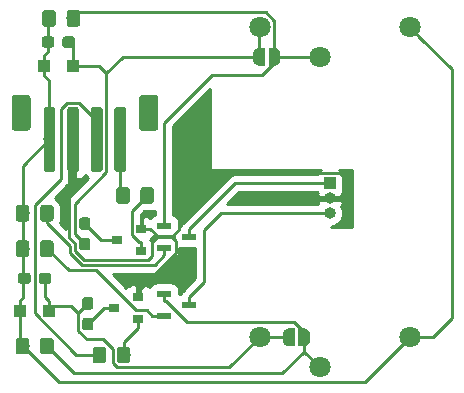
<source format=gbr>
G04 #@! TF.GenerationSoftware,KiCad,Pcbnew,(5.1.0)-1*
G04 #@! TF.CreationDate,2020-03-06T20:28:16+00:00*
G04 #@! TF.ProjectId,Line Generator,4c696e65-2047-4656-9e65-7261746f722e,rev?*
G04 #@! TF.SameCoordinates,Original*
G04 #@! TF.FileFunction,Copper,L1,Top*
G04 #@! TF.FilePolarity,Positive*
%FSLAX46Y46*%
G04 Gerber Fmt 4.6, Leading zero omitted, Abs format (unit mm)*
G04 Created by KiCad (PCBNEW (5.1.0)-1) date 2020-03-06 20:28:16*
%MOMM*%
%LPD*%
G04 APERTURE LIST*
%ADD10R,1.000000X1.000000*%
%ADD11O,1.000000X1.000000*%
%ADD12C,0.100000*%
%ADD13C,1.000000*%
%ADD14C,1.600000*%
%ADD15R,0.900000X0.800000*%
%ADD16C,1.150000*%
%ADD17C,0.950000*%
%ADD18C,0.500000*%
%ADD19R,1.300000X0.600000*%
%ADD20C,1.800000*%
%ADD21C,0.250000*%
%ADD22C,0.254000*%
G04 APERTURE END LIST*
D10*
X205750000Y-73750000D03*
X208250000Y-73750000D03*
X230000000Y-83700000D03*
D11*
X230000000Y-84970000D03*
X230000000Y-86240000D03*
D12*
G36*
X206524504Y-77251204D02*
G01*
X206548773Y-77254804D01*
X206572571Y-77260765D01*
X206595671Y-77269030D01*
X206617849Y-77279520D01*
X206638893Y-77292133D01*
X206658598Y-77306747D01*
X206676777Y-77323223D01*
X206693253Y-77341402D01*
X206707867Y-77361107D01*
X206720480Y-77382151D01*
X206730970Y-77404329D01*
X206739235Y-77427429D01*
X206745196Y-77451227D01*
X206748796Y-77475496D01*
X206750000Y-77500000D01*
X206750000Y-82500000D01*
X206748796Y-82524504D01*
X206745196Y-82548773D01*
X206739235Y-82572571D01*
X206730970Y-82595671D01*
X206720480Y-82617849D01*
X206707867Y-82638893D01*
X206693253Y-82658598D01*
X206676777Y-82676777D01*
X206658598Y-82693253D01*
X206638893Y-82707867D01*
X206617849Y-82720480D01*
X206595671Y-82730970D01*
X206572571Y-82739235D01*
X206548773Y-82745196D01*
X206524504Y-82748796D01*
X206500000Y-82750000D01*
X206000000Y-82750000D01*
X205975496Y-82748796D01*
X205951227Y-82745196D01*
X205927429Y-82739235D01*
X205904329Y-82730970D01*
X205882151Y-82720480D01*
X205861107Y-82707867D01*
X205841402Y-82693253D01*
X205823223Y-82676777D01*
X205806747Y-82658598D01*
X205792133Y-82638893D01*
X205779520Y-82617849D01*
X205769030Y-82595671D01*
X205760765Y-82572571D01*
X205754804Y-82548773D01*
X205751204Y-82524504D01*
X205750000Y-82500000D01*
X205750000Y-77500000D01*
X205751204Y-77475496D01*
X205754804Y-77451227D01*
X205760765Y-77427429D01*
X205769030Y-77404329D01*
X205779520Y-77382151D01*
X205792133Y-77361107D01*
X205806747Y-77341402D01*
X205823223Y-77323223D01*
X205841402Y-77306747D01*
X205861107Y-77292133D01*
X205882151Y-77279520D01*
X205904329Y-77269030D01*
X205927429Y-77260765D01*
X205951227Y-77254804D01*
X205975496Y-77251204D01*
X206000000Y-77250000D01*
X206500000Y-77250000D01*
X206524504Y-77251204D01*
X206524504Y-77251204D01*
G37*
D13*
X206250000Y-80000000D03*
D12*
G36*
X208524504Y-77251204D02*
G01*
X208548773Y-77254804D01*
X208572571Y-77260765D01*
X208595671Y-77269030D01*
X208617849Y-77279520D01*
X208638893Y-77292133D01*
X208658598Y-77306747D01*
X208676777Y-77323223D01*
X208693253Y-77341402D01*
X208707867Y-77361107D01*
X208720480Y-77382151D01*
X208730970Y-77404329D01*
X208739235Y-77427429D01*
X208745196Y-77451227D01*
X208748796Y-77475496D01*
X208750000Y-77500000D01*
X208750000Y-82500000D01*
X208748796Y-82524504D01*
X208745196Y-82548773D01*
X208739235Y-82572571D01*
X208730970Y-82595671D01*
X208720480Y-82617849D01*
X208707867Y-82638893D01*
X208693253Y-82658598D01*
X208676777Y-82676777D01*
X208658598Y-82693253D01*
X208638893Y-82707867D01*
X208617849Y-82720480D01*
X208595671Y-82730970D01*
X208572571Y-82739235D01*
X208548773Y-82745196D01*
X208524504Y-82748796D01*
X208500000Y-82750000D01*
X208000000Y-82750000D01*
X207975496Y-82748796D01*
X207951227Y-82745196D01*
X207927429Y-82739235D01*
X207904329Y-82730970D01*
X207882151Y-82720480D01*
X207861107Y-82707867D01*
X207841402Y-82693253D01*
X207823223Y-82676777D01*
X207806747Y-82658598D01*
X207792133Y-82638893D01*
X207779520Y-82617849D01*
X207769030Y-82595671D01*
X207760765Y-82572571D01*
X207754804Y-82548773D01*
X207751204Y-82524504D01*
X207750000Y-82500000D01*
X207750000Y-77500000D01*
X207751204Y-77475496D01*
X207754804Y-77451227D01*
X207760765Y-77427429D01*
X207769030Y-77404329D01*
X207779520Y-77382151D01*
X207792133Y-77361107D01*
X207806747Y-77341402D01*
X207823223Y-77323223D01*
X207841402Y-77306747D01*
X207861107Y-77292133D01*
X207882151Y-77279520D01*
X207904329Y-77269030D01*
X207927429Y-77260765D01*
X207951227Y-77254804D01*
X207975496Y-77251204D01*
X208000000Y-77250000D01*
X208500000Y-77250000D01*
X208524504Y-77251204D01*
X208524504Y-77251204D01*
G37*
D13*
X208250000Y-80000000D03*
D12*
G36*
X210524504Y-77251204D02*
G01*
X210548773Y-77254804D01*
X210572571Y-77260765D01*
X210595671Y-77269030D01*
X210617849Y-77279520D01*
X210638893Y-77292133D01*
X210658598Y-77306747D01*
X210676777Y-77323223D01*
X210693253Y-77341402D01*
X210707867Y-77361107D01*
X210720480Y-77382151D01*
X210730970Y-77404329D01*
X210739235Y-77427429D01*
X210745196Y-77451227D01*
X210748796Y-77475496D01*
X210750000Y-77500000D01*
X210750000Y-82500000D01*
X210748796Y-82524504D01*
X210745196Y-82548773D01*
X210739235Y-82572571D01*
X210730970Y-82595671D01*
X210720480Y-82617849D01*
X210707867Y-82638893D01*
X210693253Y-82658598D01*
X210676777Y-82676777D01*
X210658598Y-82693253D01*
X210638893Y-82707867D01*
X210617849Y-82720480D01*
X210595671Y-82730970D01*
X210572571Y-82739235D01*
X210548773Y-82745196D01*
X210524504Y-82748796D01*
X210500000Y-82750000D01*
X210000000Y-82750000D01*
X209975496Y-82748796D01*
X209951227Y-82745196D01*
X209927429Y-82739235D01*
X209904329Y-82730970D01*
X209882151Y-82720480D01*
X209861107Y-82707867D01*
X209841402Y-82693253D01*
X209823223Y-82676777D01*
X209806747Y-82658598D01*
X209792133Y-82638893D01*
X209779520Y-82617849D01*
X209769030Y-82595671D01*
X209760765Y-82572571D01*
X209754804Y-82548773D01*
X209751204Y-82524504D01*
X209750000Y-82500000D01*
X209750000Y-77500000D01*
X209751204Y-77475496D01*
X209754804Y-77451227D01*
X209760765Y-77427429D01*
X209769030Y-77404329D01*
X209779520Y-77382151D01*
X209792133Y-77361107D01*
X209806747Y-77341402D01*
X209823223Y-77323223D01*
X209841402Y-77306747D01*
X209861107Y-77292133D01*
X209882151Y-77279520D01*
X209904329Y-77269030D01*
X209927429Y-77260765D01*
X209951227Y-77254804D01*
X209975496Y-77251204D01*
X210000000Y-77250000D01*
X210500000Y-77250000D01*
X210524504Y-77251204D01*
X210524504Y-77251204D01*
G37*
D13*
X210250000Y-80000000D03*
D12*
G36*
X212524504Y-77251204D02*
G01*
X212548773Y-77254804D01*
X212572571Y-77260765D01*
X212595671Y-77269030D01*
X212617849Y-77279520D01*
X212638893Y-77292133D01*
X212658598Y-77306747D01*
X212676777Y-77323223D01*
X212693253Y-77341402D01*
X212707867Y-77361107D01*
X212720480Y-77382151D01*
X212730970Y-77404329D01*
X212739235Y-77427429D01*
X212745196Y-77451227D01*
X212748796Y-77475496D01*
X212750000Y-77500000D01*
X212750000Y-82500000D01*
X212748796Y-82524504D01*
X212745196Y-82548773D01*
X212739235Y-82572571D01*
X212730970Y-82595671D01*
X212720480Y-82617849D01*
X212707867Y-82638893D01*
X212693253Y-82658598D01*
X212676777Y-82676777D01*
X212658598Y-82693253D01*
X212638893Y-82707867D01*
X212617849Y-82720480D01*
X212595671Y-82730970D01*
X212572571Y-82739235D01*
X212548773Y-82745196D01*
X212524504Y-82748796D01*
X212500000Y-82750000D01*
X212000000Y-82750000D01*
X211975496Y-82748796D01*
X211951227Y-82745196D01*
X211927429Y-82739235D01*
X211904329Y-82730970D01*
X211882151Y-82720480D01*
X211861107Y-82707867D01*
X211841402Y-82693253D01*
X211823223Y-82676777D01*
X211806747Y-82658598D01*
X211792133Y-82638893D01*
X211779520Y-82617849D01*
X211769030Y-82595671D01*
X211760765Y-82572571D01*
X211754804Y-82548773D01*
X211751204Y-82524504D01*
X211750000Y-82500000D01*
X211750000Y-77500000D01*
X211751204Y-77475496D01*
X211754804Y-77451227D01*
X211760765Y-77427429D01*
X211769030Y-77404329D01*
X211779520Y-77382151D01*
X211792133Y-77361107D01*
X211806747Y-77341402D01*
X211823223Y-77323223D01*
X211841402Y-77306747D01*
X211861107Y-77292133D01*
X211882151Y-77279520D01*
X211904329Y-77269030D01*
X211927429Y-77260765D01*
X211951227Y-77254804D01*
X211975496Y-77251204D01*
X212000000Y-77250000D01*
X212500000Y-77250000D01*
X212524504Y-77251204D01*
X212524504Y-77251204D01*
G37*
D13*
X212250000Y-80000000D03*
D12*
G36*
X204424504Y-76251204D02*
G01*
X204448773Y-76254804D01*
X204472571Y-76260765D01*
X204495671Y-76269030D01*
X204517849Y-76279520D01*
X204538893Y-76292133D01*
X204558598Y-76306747D01*
X204576777Y-76323223D01*
X204593253Y-76341402D01*
X204607867Y-76361107D01*
X204620480Y-76382151D01*
X204630970Y-76404329D01*
X204639235Y-76427429D01*
X204645196Y-76451227D01*
X204648796Y-76475496D01*
X204650000Y-76500000D01*
X204650000Y-79000000D01*
X204648796Y-79024504D01*
X204645196Y-79048773D01*
X204639235Y-79072571D01*
X204630970Y-79095671D01*
X204620480Y-79117849D01*
X204607867Y-79138893D01*
X204593253Y-79158598D01*
X204576777Y-79176777D01*
X204558598Y-79193253D01*
X204538893Y-79207867D01*
X204517849Y-79220480D01*
X204495671Y-79230970D01*
X204472571Y-79239235D01*
X204448773Y-79245196D01*
X204424504Y-79248796D01*
X204400000Y-79250000D01*
X203300000Y-79250000D01*
X203275496Y-79248796D01*
X203251227Y-79245196D01*
X203227429Y-79239235D01*
X203204329Y-79230970D01*
X203182151Y-79220480D01*
X203161107Y-79207867D01*
X203141402Y-79193253D01*
X203123223Y-79176777D01*
X203106747Y-79158598D01*
X203092133Y-79138893D01*
X203079520Y-79117849D01*
X203069030Y-79095671D01*
X203060765Y-79072571D01*
X203054804Y-79048773D01*
X203051204Y-79024504D01*
X203050000Y-79000000D01*
X203050000Y-76500000D01*
X203051204Y-76475496D01*
X203054804Y-76451227D01*
X203060765Y-76427429D01*
X203069030Y-76404329D01*
X203079520Y-76382151D01*
X203092133Y-76361107D01*
X203106747Y-76341402D01*
X203123223Y-76323223D01*
X203141402Y-76306747D01*
X203161107Y-76292133D01*
X203182151Y-76279520D01*
X203204329Y-76269030D01*
X203227429Y-76260765D01*
X203251227Y-76254804D01*
X203275496Y-76251204D01*
X203300000Y-76250000D01*
X204400000Y-76250000D01*
X204424504Y-76251204D01*
X204424504Y-76251204D01*
G37*
D14*
X203850000Y-77750000D03*
D12*
G36*
X215224504Y-76251204D02*
G01*
X215248773Y-76254804D01*
X215272571Y-76260765D01*
X215295671Y-76269030D01*
X215317849Y-76279520D01*
X215338893Y-76292133D01*
X215358598Y-76306747D01*
X215376777Y-76323223D01*
X215393253Y-76341402D01*
X215407867Y-76361107D01*
X215420480Y-76382151D01*
X215430970Y-76404329D01*
X215439235Y-76427429D01*
X215445196Y-76451227D01*
X215448796Y-76475496D01*
X215450000Y-76500000D01*
X215450000Y-79000000D01*
X215448796Y-79024504D01*
X215445196Y-79048773D01*
X215439235Y-79072571D01*
X215430970Y-79095671D01*
X215420480Y-79117849D01*
X215407867Y-79138893D01*
X215393253Y-79158598D01*
X215376777Y-79176777D01*
X215358598Y-79193253D01*
X215338893Y-79207867D01*
X215317849Y-79220480D01*
X215295671Y-79230970D01*
X215272571Y-79239235D01*
X215248773Y-79245196D01*
X215224504Y-79248796D01*
X215200000Y-79250000D01*
X214100000Y-79250000D01*
X214075496Y-79248796D01*
X214051227Y-79245196D01*
X214027429Y-79239235D01*
X214004329Y-79230970D01*
X213982151Y-79220480D01*
X213961107Y-79207867D01*
X213941402Y-79193253D01*
X213923223Y-79176777D01*
X213906747Y-79158598D01*
X213892133Y-79138893D01*
X213879520Y-79117849D01*
X213869030Y-79095671D01*
X213860765Y-79072571D01*
X213854804Y-79048773D01*
X213851204Y-79024504D01*
X213850000Y-79000000D01*
X213850000Y-76500000D01*
X213851204Y-76475496D01*
X213854804Y-76451227D01*
X213860765Y-76427429D01*
X213869030Y-76404329D01*
X213879520Y-76382151D01*
X213892133Y-76361107D01*
X213906747Y-76341402D01*
X213923223Y-76323223D01*
X213941402Y-76306747D01*
X213961107Y-76292133D01*
X213982151Y-76279520D01*
X214004329Y-76269030D01*
X214027429Y-76260765D01*
X214051227Y-76254804D01*
X214075496Y-76251204D01*
X214100000Y-76250000D01*
X215200000Y-76250000D01*
X215224504Y-76251204D01*
X215224504Y-76251204D01*
G37*
D14*
X214650000Y-77750000D03*
D15*
X214000000Y-89450000D03*
X214000000Y-87550000D03*
X212000000Y-88500000D03*
D12*
G36*
X214874505Y-84051204D02*
G01*
X214898773Y-84054804D01*
X214922572Y-84060765D01*
X214945671Y-84069030D01*
X214967850Y-84079520D01*
X214988893Y-84092132D01*
X215008599Y-84106747D01*
X215026777Y-84123223D01*
X215043253Y-84141401D01*
X215057868Y-84161107D01*
X215070480Y-84182150D01*
X215080970Y-84204329D01*
X215089235Y-84227428D01*
X215095196Y-84251227D01*
X215098796Y-84275495D01*
X215100000Y-84299999D01*
X215100000Y-85200001D01*
X215098796Y-85224505D01*
X215095196Y-85248773D01*
X215089235Y-85272572D01*
X215080970Y-85295671D01*
X215070480Y-85317850D01*
X215057868Y-85338893D01*
X215043253Y-85358599D01*
X215026777Y-85376777D01*
X215008599Y-85393253D01*
X214988893Y-85407868D01*
X214967850Y-85420480D01*
X214945671Y-85430970D01*
X214922572Y-85439235D01*
X214898773Y-85445196D01*
X214874505Y-85448796D01*
X214850001Y-85450000D01*
X214199999Y-85450000D01*
X214175495Y-85448796D01*
X214151227Y-85445196D01*
X214127428Y-85439235D01*
X214104329Y-85430970D01*
X214082150Y-85420480D01*
X214061107Y-85407868D01*
X214041401Y-85393253D01*
X214023223Y-85376777D01*
X214006747Y-85358599D01*
X213992132Y-85338893D01*
X213979520Y-85317850D01*
X213969030Y-85295671D01*
X213960765Y-85272572D01*
X213954804Y-85248773D01*
X213951204Y-85224505D01*
X213950000Y-85200001D01*
X213950000Y-84299999D01*
X213951204Y-84275495D01*
X213954804Y-84251227D01*
X213960765Y-84227428D01*
X213969030Y-84204329D01*
X213979520Y-84182150D01*
X213992132Y-84161107D01*
X214006747Y-84141401D01*
X214023223Y-84123223D01*
X214041401Y-84106747D01*
X214061107Y-84092132D01*
X214082150Y-84079520D01*
X214104329Y-84069030D01*
X214127428Y-84060765D01*
X214151227Y-84054804D01*
X214175495Y-84051204D01*
X214199999Y-84050000D01*
X214850001Y-84050000D01*
X214874505Y-84051204D01*
X214874505Y-84051204D01*
G37*
D16*
X214525000Y-84750000D03*
D12*
G36*
X212824505Y-84051204D02*
G01*
X212848773Y-84054804D01*
X212872572Y-84060765D01*
X212895671Y-84069030D01*
X212917850Y-84079520D01*
X212938893Y-84092132D01*
X212958599Y-84106747D01*
X212976777Y-84123223D01*
X212993253Y-84141401D01*
X213007868Y-84161107D01*
X213020480Y-84182150D01*
X213030970Y-84204329D01*
X213039235Y-84227428D01*
X213045196Y-84251227D01*
X213048796Y-84275495D01*
X213050000Y-84299999D01*
X213050000Y-85200001D01*
X213048796Y-85224505D01*
X213045196Y-85248773D01*
X213039235Y-85272572D01*
X213030970Y-85295671D01*
X213020480Y-85317850D01*
X213007868Y-85338893D01*
X212993253Y-85358599D01*
X212976777Y-85376777D01*
X212958599Y-85393253D01*
X212938893Y-85407868D01*
X212917850Y-85420480D01*
X212895671Y-85430970D01*
X212872572Y-85439235D01*
X212848773Y-85445196D01*
X212824505Y-85448796D01*
X212800001Y-85450000D01*
X212149999Y-85450000D01*
X212125495Y-85448796D01*
X212101227Y-85445196D01*
X212077428Y-85439235D01*
X212054329Y-85430970D01*
X212032150Y-85420480D01*
X212011107Y-85407868D01*
X211991401Y-85393253D01*
X211973223Y-85376777D01*
X211956747Y-85358599D01*
X211942132Y-85338893D01*
X211929520Y-85317850D01*
X211919030Y-85295671D01*
X211910765Y-85272572D01*
X211904804Y-85248773D01*
X211901204Y-85224505D01*
X211900000Y-85200001D01*
X211900000Y-84299999D01*
X211901204Y-84275495D01*
X211904804Y-84251227D01*
X211910765Y-84227428D01*
X211919030Y-84204329D01*
X211929520Y-84182150D01*
X211942132Y-84161107D01*
X211956747Y-84141401D01*
X211973223Y-84123223D01*
X211991401Y-84106747D01*
X212011107Y-84092132D01*
X212032150Y-84079520D01*
X212054329Y-84069030D01*
X212077428Y-84060765D01*
X212101227Y-84054804D01*
X212125495Y-84051204D01*
X212149999Y-84050000D01*
X212800001Y-84050000D01*
X212824505Y-84051204D01*
X212824505Y-84051204D01*
G37*
D16*
X212475000Y-84750000D03*
D12*
G36*
X208185779Y-71276144D02*
G01*
X208208834Y-71279563D01*
X208231443Y-71285227D01*
X208253387Y-71293079D01*
X208274457Y-71303044D01*
X208294448Y-71315026D01*
X208313168Y-71328910D01*
X208330438Y-71344562D01*
X208346090Y-71361832D01*
X208359974Y-71380552D01*
X208371956Y-71400543D01*
X208381921Y-71421613D01*
X208389773Y-71443557D01*
X208395437Y-71466166D01*
X208398856Y-71489221D01*
X208400000Y-71512500D01*
X208400000Y-71987500D01*
X208398856Y-72010779D01*
X208395437Y-72033834D01*
X208389773Y-72056443D01*
X208381921Y-72078387D01*
X208371956Y-72099457D01*
X208359974Y-72119448D01*
X208346090Y-72138168D01*
X208330438Y-72155438D01*
X208313168Y-72171090D01*
X208294448Y-72184974D01*
X208274457Y-72196956D01*
X208253387Y-72206921D01*
X208231443Y-72214773D01*
X208208834Y-72220437D01*
X208185779Y-72223856D01*
X208162500Y-72225000D01*
X207587500Y-72225000D01*
X207564221Y-72223856D01*
X207541166Y-72220437D01*
X207518557Y-72214773D01*
X207496613Y-72206921D01*
X207475543Y-72196956D01*
X207455552Y-72184974D01*
X207436832Y-72171090D01*
X207419562Y-72155438D01*
X207403910Y-72138168D01*
X207390026Y-72119448D01*
X207378044Y-72099457D01*
X207368079Y-72078387D01*
X207360227Y-72056443D01*
X207354563Y-72033834D01*
X207351144Y-72010779D01*
X207350000Y-71987500D01*
X207350000Y-71512500D01*
X207351144Y-71489221D01*
X207354563Y-71466166D01*
X207360227Y-71443557D01*
X207368079Y-71421613D01*
X207378044Y-71400543D01*
X207390026Y-71380552D01*
X207403910Y-71361832D01*
X207419562Y-71344562D01*
X207436832Y-71328910D01*
X207455552Y-71315026D01*
X207475543Y-71303044D01*
X207496613Y-71293079D01*
X207518557Y-71285227D01*
X207541166Y-71279563D01*
X207564221Y-71276144D01*
X207587500Y-71275000D01*
X208162500Y-71275000D01*
X208185779Y-71276144D01*
X208185779Y-71276144D01*
G37*
D17*
X207875000Y-71750000D03*
D12*
G36*
X206435779Y-71276144D02*
G01*
X206458834Y-71279563D01*
X206481443Y-71285227D01*
X206503387Y-71293079D01*
X206524457Y-71303044D01*
X206544448Y-71315026D01*
X206563168Y-71328910D01*
X206580438Y-71344562D01*
X206596090Y-71361832D01*
X206609974Y-71380552D01*
X206621956Y-71400543D01*
X206631921Y-71421613D01*
X206639773Y-71443557D01*
X206645437Y-71466166D01*
X206648856Y-71489221D01*
X206650000Y-71512500D01*
X206650000Y-71987500D01*
X206648856Y-72010779D01*
X206645437Y-72033834D01*
X206639773Y-72056443D01*
X206631921Y-72078387D01*
X206621956Y-72099457D01*
X206609974Y-72119448D01*
X206596090Y-72138168D01*
X206580438Y-72155438D01*
X206563168Y-72171090D01*
X206544448Y-72184974D01*
X206524457Y-72196956D01*
X206503387Y-72206921D01*
X206481443Y-72214773D01*
X206458834Y-72220437D01*
X206435779Y-72223856D01*
X206412500Y-72225000D01*
X205837500Y-72225000D01*
X205814221Y-72223856D01*
X205791166Y-72220437D01*
X205768557Y-72214773D01*
X205746613Y-72206921D01*
X205725543Y-72196956D01*
X205705552Y-72184974D01*
X205686832Y-72171090D01*
X205669562Y-72155438D01*
X205653910Y-72138168D01*
X205640026Y-72119448D01*
X205628044Y-72099457D01*
X205618079Y-72078387D01*
X205610227Y-72056443D01*
X205604563Y-72033834D01*
X205601144Y-72010779D01*
X205600000Y-71987500D01*
X205600000Y-71512500D01*
X205601144Y-71489221D01*
X205604563Y-71466166D01*
X205610227Y-71443557D01*
X205618079Y-71421613D01*
X205628044Y-71400543D01*
X205640026Y-71380552D01*
X205653910Y-71361832D01*
X205669562Y-71344562D01*
X205686832Y-71328910D01*
X205705552Y-71315026D01*
X205725543Y-71303044D01*
X205746613Y-71293079D01*
X205768557Y-71285227D01*
X205791166Y-71279563D01*
X205814221Y-71276144D01*
X205837500Y-71275000D01*
X206412500Y-71275000D01*
X206435779Y-71276144D01*
X206435779Y-71276144D01*
G37*
D17*
X206125000Y-71750000D03*
D12*
G36*
X209510779Y-88351144D02*
G01*
X209533834Y-88354563D01*
X209556443Y-88360227D01*
X209578387Y-88368079D01*
X209599457Y-88378044D01*
X209619448Y-88390026D01*
X209638168Y-88403910D01*
X209655438Y-88419562D01*
X209671090Y-88436832D01*
X209684974Y-88455552D01*
X209696956Y-88475543D01*
X209706921Y-88496613D01*
X209714773Y-88518557D01*
X209720437Y-88541166D01*
X209723856Y-88564221D01*
X209725000Y-88587500D01*
X209725000Y-89162500D01*
X209723856Y-89185779D01*
X209720437Y-89208834D01*
X209714773Y-89231443D01*
X209706921Y-89253387D01*
X209696956Y-89274457D01*
X209684974Y-89294448D01*
X209671090Y-89313168D01*
X209655438Y-89330438D01*
X209638168Y-89346090D01*
X209619448Y-89359974D01*
X209599457Y-89371956D01*
X209578387Y-89381921D01*
X209556443Y-89389773D01*
X209533834Y-89395437D01*
X209510779Y-89398856D01*
X209487500Y-89400000D01*
X209012500Y-89400000D01*
X208989221Y-89398856D01*
X208966166Y-89395437D01*
X208943557Y-89389773D01*
X208921613Y-89381921D01*
X208900543Y-89371956D01*
X208880552Y-89359974D01*
X208861832Y-89346090D01*
X208844562Y-89330438D01*
X208828910Y-89313168D01*
X208815026Y-89294448D01*
X208803044Y-89274457D01*
X208793079Y-89253387D01*
X208785227Y-89231443D01*
X208779563Y-89208834D01*
X208776144Y-89185779D01*
X208775000Y-89162500D01*
X208775000Y-88587500D01*
X208776144Y-88564221D01*
X208779563Y-88541166D01*
X208785227Y-88518557D01*
X208793079Y-88496613D01*
X208803044Y-88475543D01*
X208815026Y-88455552D01*
X208828910Y-88436832D01*
X208844562Y-88419562D01*
X208861832Y-88403910D01*
X208880552Y-88390026D01*
X208900543Y-88378044D01*
X208921613Y-88368079D01*
X208943557Y-88360227D01*
X208966166Y-88354563D01*
X208989221Y-88351144D01*
X209012500Y-88350000D01*
X209487500Y-88350000D01*
X209510779Y-88351144D01*
X209510779Y-88351144D01*
G37*
D17*
X209250000Y-88875000D03*
D12*
G36*
X209510779Y-86601144D02*
G01*
X209533834Y-86604563D01*
X209556443Y-86610227D01*
X209578387Y-86618079D01*
X209599457Y-86628044D01*
X209619448Y-86640026D01*
X209638168Y-86653910D01*
X209655438Y-86669562D01*
X209671090Y-86686832D01*
X209684974Y-86705552D01*
X209696956Y-86725543D01*
X209706921Y-86746613D01*
X209714773Y-86768557D01*
X209720437Y-86791166D01*
X209723856Y-86814221D01*
X209725000Y-86837500D01*
X209725000Y-87412500D01*
X209723856Y-87435779D01*
X209720437Y-87458834D01*
X209714773Y-87481443D01*
X209706921Y-87503387D01*
X209696956Y-87524457D01*
X209684974Y-87544448D01*
X209671090Y-87563168D01*
X209655438Y-87580438D01*
X209638168Y-87596090D01*
X209619448Y-87609974D01*
X209599457Y-87621956D01*
X209578387Y-87631921D01*
X209556443Y-87639773D01*
X209533834Y-87645437D01*
X209510779Y-87648856D01*
X209487500Y-87650000D01*
X209012500Y-87650000D01*
X208989221Y-87648856D01*
X208966166Y-87645437D01*
X208943557Y-87639773D01*
X208921613Y-87631921D01*
X208900543Y-87621956D01*
X208880552Y-87609974D01*
X208861832Y-87596090D01*
X208844562Y-87580438D01*
X208828910Y-87563168D01*
X208815026Y-87544448D01*
X208803044Y-87524457D01*
X208793079Y-87503387D01*
X208785227Y-87481443D01*
X208779563Y-87458834D01*
X208776144Y-87435779D01*
X208775000Y-87412500D01*
X208775000Y-86837500D01*
X208776144Y-86814221D01*
X208779563Y-86791166D01*
X208785227Y-86768557D01*
X208793079Y-86746613D01*
X208803044Y-86725543D01*
X208815026Y-86705552D01*
X208828910Y-86686832D01*
X208844562Y-86669562D01*
X208861832Y-86653910D01*
X208880552Y-86640026D01*
X208900543Y-86628044D01*
X208921613Y-86618079D01*
X208943557Y-86610227D01*
X208966166Y-86604563D01*
X208989221Y-86601144D01*
X209012500Y-86600000D01*
X209487500Y-86600000D01*
X209510779Y-86601144D01*
X209510779Y-86601144D01*
G37*
D17*
X209250000Y-87125000D03*
D12*
G36*
X204324505Y-85551204D02*
G01*
X204348773Y-85554804D01*
X204372572Y-85560765D01*
X204395671Y-85569030D01*
X204417850Y-85579520D01*
X204438893Y-85592132D01*
X204458599Y-85606747D01*
X204476777Y-85623223D01*
X204493253Y-85641401D01*
X204507868Y-85661107D01*
X204520480Y-85682150D01*
X204530970Y-85704329D01*
X204539235Y-85727428D01*
X204545196Y-85751227D01*
X204548796Y-85775495D01*
X204550000Y-85799999D01*
X204550000Y-86700001D01*
X204548796Y-86724505D01*
X204545196Y-86748773D01*
X204539235Y-86772572D01*
X204530970Y-86795671D01*
X204520480Y-86817850D01*
X204507868Y-86838893D01*
X204493253Y-86858599D01*
X204476777Y-86876777D01*
X204458599Y-86893253D01*
X204438893Y-86907868D01*
X204417850Y-86920480D01*
X204395671Y-86930970D01*
X204372572Y-86939235D01*
X204348773Y-86945196D01*
X204324505Y-86948796D01*
X204300001Y-86950000D01*
X203649999Y-86950000D01*
X203625495Y-86948796D01*
X203601227Y-86945196D01*
X203577428Y-86939235D01*
X203554329Y-86930970D01*
X203532150Y-86920480D01*
X203511107Y-86907868D01*
X203491401Y-86893253D01*
X203473223Y-86876777D01*
X203456747Y-86858599D01*
X203442132Y-86838893D01*
X203429520Y-86817850D01*
X203419030Y-86795671D01*
X203410765Y-86772572D01*
X203404804Y-86748773D01*
X203401204Y-86724505D01*
X203400000Y-86700001D01*
X203400000Y-85799999D01*
X203401204Y-85775495D01*
X203404804Y-85751227D01*
X203410765Y-85727428D01*
X203419030Y-85704329D01*
X203429520Y-85682150D01*
X203442132Y-85661107D01*
X203456747Y-85641401D01*
X203473223Y-85623223D01*
X203491401Y-85606747D01*
X203511107Y-85592132D01*
X203532150Y-85579520D01*
X203554329Y-85569030D01*
X203577428Y-85560765D01*
X203601227Y-85554804D01*
X203625495Y-85551204D01*
X203649999Y-85550000D01*
X204300001Y-85550000D01*
X204324505Y-85551204D01*
X204324505Y-85551204D01*
G37*
D16*
X203975000Y-86250000D03*
D12*
G36*
X206374505Y-85551204D02*
G01*
X206398773Y-85554804D01*
X206422572Y-85560765D01*
X206445671Y-85569030D01*
X206467850Y-85579520D01*
X206488893Y-85592132D01*
X206508599Y-85606747D01*
X206526777Y-85623223D01*
X206543253Y-85641401D01*
X206557868Y-85661107D01*
X206570480Y-85682150D01*
X206580970Y-85704329D01*
X206589235Y-85727428D01*
X206595196Y-85751227D01*
X206598796Y-85775495D01*
X206600000Y-85799999D01*
X206600000Y-86700001D01*
X206598796Y-86724505D01*
X206595196Y-86748773D01*
X206589235Y-86772572D01*
X206580970Y-86795671D01*
X206570480Y-86817850D01*
X206557868Y-86838893D01*
X206543253Y-86858599D01*
X206526777Y-86876777D01*
X206508599Y-86893253D01*
X206488893Y-86907868D01*
X206467850Y-86920480D01*
X206445671Y-86930970D01*
X206422572Y-86939235D01*
X206398773Y-86945196D01*
X206374505Y-86948796D01*
X206350001Y-86950000D01*
X205699999Y-86950000D01*
X205675495Y-86948796D01*
X205651227Y-86945196D01*
X205627428Y-86939235D01*
X205604329Y-86930970D01*
X205582150Y-86920480D01*
X205561107Y-86907868D01*
X205541401Y-86893253D01*
X205523223Y-86876777D01*
X205506747Y-86858599D01*
X205492132Y-86838893D01*
X205479520Y-86817850D01*
X205469030Y-86795671D01*
X205460765Y-86772572D01*
X205454804Y-86748773D01*
X205451204Y-86724505D01*
X205450000Y-86700001D01*
X205450000Y-85799999D01*
X205451204Y-85775495D01*
X205454804Y-85751227D01*
X205460765Y-85727428D01*
X205469030Y-85704329D01*
X205479520Y-85682150D01*
X205492132Y-85661107D01*
X205506747Y-85641401D01*
X205523223Y-85623223D01*
X205541401Y-85606747D01*
X205561107Y-85592132D01*
X205582150Y-85579520D01*
X205604329Y-85569030D01*
X205627428Y-85560765D01*
X205651227Y-85554804D01*
X205675495Y-85551204D01*
X205699999Y-85550000D01*
X206350001Y-85550000D01*
X206374505Y-85551204D01*
X206374505Y-85551204D01*
G37*
D16*
X206025000Y-86250000D03*
D12*
G36*
X208624505Y-69051204D02*
G01*
X208648773Y-69054804D01*
X208672572Y-69060765D01*
X208695671Y-69069030D01*
X208717850Y-69079520D01*
X208738893Y-69092132D01*
X208758599Y-69106747D01*
X208776777Y-69123223D01*
X208793253Y-69141401D01*
X208807868Y-69161107D01*
X208820480Y-69182150D01*
X208830970Y-69204329D01*
X208839235Y-69227428D01*
X208845196Y-69251227D01*
X208848796Y-69275495D01*
X208850000Y-69299999D01*
X208850000Y-70200001D01*
X208848796Y-70224505D01*
X208845196Y-70248773D01*
X208839235Y-70272572D01*
X208830970Y-70295671D01*
X208820480Y-70317850D01*
X208807868Y-70338893D01*
X208793253Y-70358599D01*
X208776777Y-70376777D01*
X208758599Y-70393253D01*
X208738893Y-70407868D01*
X208717850Y-70420480D01*
X208695671Y-70430970D01*
X208672572Y-70439235D01*
X208648773Y-70445196D01*
X208624505Y-70448796D01*
X208600001Y-70450000D01*
X207949999Y-70450000D01*
X207925495Y-70448796D01*
X207901227Y-70445196D01*
X207877428Y-70439235D01*
X207854329Y-70430970D01*
X207832150Y-70420480D01*
X207811107Y-70407868D01*
X207791401Y-70393253D01*
X207773223Y-70376777D01*
X207756747Y-70358599D01*
X207742132Y-70338893D01*
X207729520Y-70317850D01*
X207719030Y-70295671D01*
X207710765Y-70272572D01*
X207704804Y-70248773D01*
X207701204Y-70224505D01*
X207700000Y-70200001D01*
X207700000Y-69299999D01*
X207701204Y-69275495D01*
X207704804Y-69251227D01*
X207710765Y-69227428D01*
X207719030Y-69204329D01*
X207729520Y-69182150D01*
X207742132Y-69161107D01*
X207756747Y-69141401D01*
X207773223Y-69123223D01*
X207791401Y-69106747D01*
X207811107Y-69092132D01*
X207832150Y-69079520D01*
X207854329Y-69069030D01*
X207877428Y-69060765D01*
X207901227Y-69054804D01*
X207925495Y-69051204D01*
X207949999Y-69050000D01*
X208600001Y-69050000D01*
X208624505Y-69051204D01*
X208624505Y-69051204D01*
G37*
D16*
X208275000Y-69750000D03*
D12*
G36*
X206574505Y-69051204D02*
G01*
X206598773Y-69054804D01*
X206622572Y-69060765D01*
X206645671Y-69069030D01*
X206667850Y-69079520D01*
X206688893Y-69092132D01*
X206708599Y-69106747D01*
X206726777Y-69123223D01*
X206743253Y-69141401D01*
X206757868Y-69161107D01*
X206770480Y-69182150D01*
X206780970Y-69204329D01*
X206789235Y-69227428D01*
X206795196Y-69251227D01*
X206798796Y-69275495D01*
X206800000Y-69299999D01*
X206800000Y-70200001D01*
X206798796Y-70224505D01*
X206795196Y-70248773D01*
X206789235Y-70272572D01*
X206780970Y-70295671D01*
X206770480Y-70317850D01*
X206757868Y-70338893D01*
X206743253Y-70358599D01*
X206726777Y-70376777D01*
X206708599Y-70393253D01*
X206688893Y-70407868D01*
X206667850Y-70420480D01*
X206645671Y-70430970D01*
X206622572Y-70439235D01*
X206598773Y-70445196D01*
X206574505Y-70448796D01*
X206550001Y-70450000D01*
X205899999Y-70450000D01*
X205875495Y-70448796D01*
X205851227Y-70445196D01*
X205827428Y-70439235D01*
X205804329Y-70430970D01*
X205782150Y-70420480D01*
X205761107Y-70407868D01*
X205741401Y-70393253D01*
X205723223Y-70376777D01*
X205706747Y-70358599D01*
X205692132Y-70338893D01*
X205679520Y-70317850D01*
X205669030Y-70295671D01*
X205660765Y-70272572D01*
X205654804Y-70248773D01*
X205651204Y-70224505D01*
X205650000Y-70200001D01*
X205650000Y-69299999D01*
X205651204Y-69275495D01*
X205654804Y-69251227D01*
X205660765Y-69227428D01*
X205669030Y-69204329D01*
X205679520Y-69182150D01*
X205692132Y-69161107D01*
X205706747Y-69141401D01*
X205723223Y-69123223D01*
X205741401Y-69106747D01*
X205761107Y-69092132D01*
X205782150Y-69079520D01*
X205804329Y-69069030D01*
X205827428Y-69060765D01*
X205851227Y-69054804D01*
X205875495Y-69051204D01*
X205899999Y-69050000D01*
X206550001Y-69050000D01*
X206574505Y-69051204D01*
X206574505Y-69051204D01*
G37*
D16*
X206225000Y-69750000D03*
D18*
X225300000Y-73000000D03*
D12*
G36*
X225300000Y-72250602D02*
G01*
X225324534Y-72250602D01*
X225373365Y-72255412D01*
X225421490Y-72264984D01*
X225468445Y-72279228D01*
X225513778Y-72298005D01*
X225557051Y-72321136D01*
X225597850Y-72348396D01*
X225635779Y-72379524D01*
X225670476Y-72414221D01*
X225701604Y-72452150D01*
X225728864Y-72492949D01*
X225751995Y-72536222D01*
X225770772Y-72581555D01*
X225785016Y-72628510D01*
X225794588Y-72676635D01*
X225799398Y-72725466D01*
X225799398Y-72750000D01*
X225800000Y-72750000D01*
X225800000Y-73250000D01*
X225799398Y-73250000D01*
X225799398Y-73274534D01*
X225794588Y-73323365D01*
X225785016Y-73371490D01*
X225770772Y-73418445D01*
X225751995Y-73463778D01*
X225728864Y-73507051D01*
X225701604Y-73547850D01*
X225670476Y-73585779D01*
X225635779Y-73620476D01*
X225597850Y-73651604D01*
X225557051Y-73678864D01*
X225513778Y-73701995D01*
X225468445Y-73720772D01*
X225421490Y-73735016D01*
X225373365Y-73744588D01*
X225324534Y-73749398D01*
X225300000Y-73749398D01*
X225300000Y-73750000D01*
X224800000Y-73750000D01*
X224800000Y-72250000D01*
X225300000Y-72250000D01*
X225300000Y-72250602D01*
X225300000Y-72250602D01*
G37*
D18*
X224000000Y-73000000D03*
D12*
G36*
X224500000Y-73750000D02*
G01*
X224000000Y-73750000D01*
X224000000Y-73749398D01*
X223975466Y-73749398D01*
X223926635Y-73744588D01*
X223878510Y-73735016D01*
X223831555Y-73720772D01*
X223786222Y-73701995D01*
X223742949Y-73678864D01*
X223702150Y-73651604D01*
X223664221Y-73620476D01*
X223629524Y-73585779D01*
X223598396Y-73547850D01*
X223571136Y-73507051D01*
X223548005Y-73463778D01*
X223529228Y-73418445D01*
X223514984Y-73371490D01*
X223505412Y-73323365D01*
X223500602Y-73274534D01*
X223500602Y-73250000D01*
X223500000Y-73250000D01*
X223500000Y-72750000D01*
X223500602Y-72750000D01*
X223500602Y-72725466D01*
X223505412Y-72676635D01*
X223514984Y-72628510D01*
X223529228Y-72581555D01*
X223548005Y-72536222D01*
X223571136Y-72492949D01*
X223598396Y-72452150D01*
X223629524Y-72414221D01*
X223664221Y-72379524D01*
X223702150Y-72348396D01*
X223742949Y-72321136D01*
X223786222Y-72298005D01*
X223831555Y-72279228D01*
X223878510Y-72264984D01*
X223926635Y-72255412D01*
X223975466Y-72250602D01*
X224000000Y-72250602D01*
X224000000Y-72250000D01*
X224500000Y-72250000D01*
X224500000Y-73750000D01*
X224500000Y-73750000D01*
G37*
D19*
X215950000Y-87300000D03*
X215950000Y-89200000D03*
X218050000Y-88250000D03*
D20*
X224050000Y-70500000D03*
X229130000Y-73040000D03*
X236750000Y-70500000D03*
D12*
G36*
X206374505Y-96801204D02*
G01*
X206398773Y-96804804D01*
X206422572Y-96810765D01*
X206445671Y-96819030D01*
X206467850Y-96829520D01*
X206488893Y-96842132D01*
X206508599Y-96856747D01*
X206526777Y-96873223D01*
X206543253Y-96891401D01*
X206557868Y-96911107D01*
X206570480Y-96932150D01*
X206580970Y-96954329D01*
X206589235Y-96977428D01*
X206595196Y-97001227D01*
X206598796Y-97025495D01*
X206600000Y-97049999D01*
X206600000Y-97950001D01*
X206598796Y-97974505D01*
X206595196Y-97998773D01*
X206589235Y-98022572D01*
X206580970Y-98045671D01*
X206570480Y-98067850D01*
X206557868Y-98088893D01*
X206543253Y-98108599D01*
X206526777Y-98126777D01*
X206508599Y-98143253D01*
X206488893Y-98157868D01*
X206467850Y-98170480D01*
X206445671Y-98180970D01*
X206422572Y-98189235D01*
X206398773Y-98195196D01*
X206374505Y-98198796D01*
X206350001Y-98200000D01*
X205699999Y-98200000D01*
X205675495Y-98198796D01*
X205651227Y-98195196D01*
X205627428Y-98189235D01*
X205604329Y-98180970D01*
X205582150Y-98170480D01*
X205561107Y-98157868D01*
X205541401Y-98143253D01*
X205523223Y-98126777D01*
X205506747Y-98108599D01*
X205492132Y-98088893D01*
X205479520Y-98067850D01*
X205469030Y-98045671D01*
X205460765Y-98022572D01*
X205454804Y-97998773D01*
X205451204Y-97974505D01*
X205450000Y-97950001D01*
X205450000Y-97049999D01*
X205451204Y-97025495D01*
X205454804Y-97001227D01*
X205460765Y-96977428D01*
X205469030Y-96954329D01*
X205479520Y-96932150D01*
X205492132Y-96911107D01*
X205506747Y-96891401D01*
X205523223Y-96873223D01*
X205541401Y-96856747D01*
X205561107Y-96842132D01*
X205582150Y-96829520D01*
X205604329Y-96819030D01*
X205627428Y-96810765D01*
X205651227Y-96804804D01*
X205675495Y-96801204D01*
X205699999Y-96800000D01*
X206350001Y-96800000D01*
X206374505Y-96801204D01*
X206374505Y-96801204D01*
G37*
D16*
X206025000Y-97500000D03*
D12*
G36*
X204324505Y-96801204D02*
G01*
X204348773Y-96804804D01*
X204372572Y-96810765D01*
X204395671Y-96819030D01*
X204417850Y-96829520D01*
X204438893Y-96842132D01*
X204458599Y-96856747D01*
X204476777Y-96873223D01*
X204493253Y-96891401D01*
X204507868Y-96911107D01*
X204520480Y-96932150D01*
X204530970Y-96954329D01*
X204539235Y-96977428D01*
X204545196Y-97001227D01*
X204548796Y-97025495D01*
X204550000Y-97049999D01*
X204550000Y-97950001D01*
X204548796Y-97974505D01*
X204545196Y-97998773D01*
X204539235Y-98022572D01*
X204530970Y-98045671D01*
X204520480Y-98067850D01*
X204507868Y-98088893D01*
X204493253Y-98108599D01*
X204476777Y-98126777D01*
X204458599Y-98143253D01*
X204438893Y-98157868D01*
X204417850Y-98170480D01*
X204395671Y-98180970D01*
X204372572Y-98189235D01*
X204348773Y-98195196D01*
X204324505Y-98198796D01*
X204300001Y-98200000D01*
X203649999Y-98200000D01*
X203625495Y-98198796D01*
X203601227Y-98195196D01*
X203577428Y-98189235D01*
X203554329Y-98180970D01*
X203532150Y-98170480D01*
X203511107Y-98157868D01*
X203491401Y-98143253D01*
X203473223Y-98126777D01*
X203456747Y-98108599D01*
X203442132Y-98088893D01*
X203429520Y-98067850D01*
X203419030Y-98045671D01*
X203410765Y-98022572D01*
X203404804Y-97998773D01*
X203401204Y-97974505D01*
X203400000Y-97950001D01*
X203400000Y-97049999D01*
X203401204Y-97025495D01*
X203404804Y-97001227D01*
X203410765Y-96977428D01*
X203419030Y-96954329D01*
X203429520Y-96932150D01*
X203442132Y-96911107D01*
X203456747Y-96891401D01*
X203473223Y-96873223D01*
X203491401Y-96856747D01*
X203511107Y-96842132D01*
X203532150Y-96829520D01*
X203554329Y-96819030D01*
X203577428Y-96810765D01*
X203601227Y-96804804D01*
X203625495Y-96801204D01*
X203649999Y-96800000D01*
X204300001Y-96800000D01*
X204324505Y-96801204D01*
X204324505Y-96801204D01*
G37*
D16*
X203975000Y-97500000D03*
D10*
X203750000Y-94500000D03*
X206250000Y-94500000D03*
D18*
X226500000Y-96750000D03*
D12*
G36*
X227000000Y-97500000D02*
G01*
X226500000Y-97500000D01*
X226500000Y-97499398D01*
X226475466Y-97499398D01*
X226426635Y-97494588D01*
X226378510Y-97485016D01*
X226331555Y-97470772D01*
X226286222Y-97451995D01*
X226242949Y-97428864D01*
X226202150Y-97401604D01*
X226164221Y-97370476D01*
X226129524Y-97335779D01*
X226098396Y-97297850D01*
X226071136Y-97257051D01*
X226048005Y-97213778D01*
X226029228Y-97168445D01*
X226014984Y-97121490D01*
X226005412Y-97073365D01*
X226000602Y-97024534D01*
X226000602Y-97000000D01*
X226000000Y-97000000D01*
X226000000Y-96500000D01*
X226000602Y-96500000D01*
X226000602Y-96475466D01*
X226005412Y-96426635D01*
X226014984Y-96378510D01*
X226029228Y-96331555D01*
X226048005Y-96286222D01*
X226071136Y-96242949D01*
X226098396Y-96202150D01*
X226129524Y-96164221D01*
X226164221Y-96129524D01*
X226202150Y-96098396D01*
X226242949Y-96071136D01*
X226286222Y-96048005D01*
X226331555Y-96029228D01*
X226378510Y-96014984D01*
X226426635Y-96005412D01*
X226475466Y-96000602D01*
X226500000Y-96000602D01*
X226500000Y-96000000D01*
X227000000Y-96000000D01*
X227000000Y-97500000D01*
X227000000Y-97500000D01*
G37*
D18*
X227800000Y-96750000D03*
D12*
G36*
X227800000Y-96000602D02*
G01*
X227824534Y-96000602D01*
X227873365Y-96005412D01*
X227921490Y-96014984D01*
X227968445Y-96029228D01*
X228013778Y-96048005D01*
X228057051Y-96071136D01*
X228097850Y-96098396D01*
X228135779Y-96129524D01*
X228170476Y-96164221D01*
X228201604Y-96202150D01*
X228228864Y-96242949D01*
X228251995Y-96286222D01*
X228270772Y-96331555D01*
X228285016Y-96378510D01*
X228294588Y-96426635D01*
X228299398Y-96475466D01*
X228299398Y-96500000D01*
X228300000Y-96500000D01*
X228300000Y-97000000D01*
X228299398Y-97000000D01*
X228299398Y-97024534D01*
X228294588Y-97073365D01*
X228285016Y-97121490D01*
X228270772Y-97168445D01*
X228251995Y-97213778D01*
X228228864Y-97257051D01*
X228201604Y-97297850D01*
X228170476Y-97335779D01*
X228135779Y-97370476D01*
X228097850Y-97401604D01*
X228057051Y-97428864D01*
X228013778Y-97451995D01*
X227968445Y-97470772D01*
X227921490Y-97485016D01*
X227873365Y-97494588D01*
X227824534Y-97499398D01*
X227800000Y-97499398D01*
X227800000Y-97500000D01*
X227300000Y-97500000D01*
X227300000Y-96000000D01*
X227800000Y-96000000D01*
X227800000Y-96000602D01*
X227800000Y-96000602D01*
G37*
D19*
X218050000Y-94000000D03*
X215950000Y-94950000D03*
X215950000Y-93050000D03*
D15*
X213750000Y-95200000D03*
X213750000Y-93300000D03*
X211750000Y-94250000D03*
D12*
G36*
X206374505Y-88551204D02*
G01*
X206398773Y-88554804D01*
X206422572Y-88560765D01*
X206445671Y-88569030D01*
X206467850Y-88579520D01*
X206488893Y-88592132D01*
X206508599Y-88606747D01*
X206526777Y-88623223D01*
X206543253Y-88641401D01*
X206557868Y-88661107D01*
X206570480Y-88682150D01*
X206580970Y-88704329D01*
X206589235Y-88727428D01*
X206595196Y-88751227D01*
X206598796Y-88775495D01*
X206600000Y-88799999D01*
X206600000Y-89700001D01*
X206598796Y-89724505D01*
X206595196Y-89748773D01*
X206589235Y-89772572D01*
X206580970Y-89795671D01*
X206570480Y-89817850D01*
X206557868Y-89838893D01*
X206543253Y-89858599D01*
X206526777Y-89876777D01*
X206508599Y-89893253D01*
X206488893Y-89907868D01*
X206467850Y-89920480D01*
X206445671Y-89930970D01*
X206422572Y-89939235D01*
X206398773Y-89945196D01*
X206374505Y-89948796D01*
X206350001Y-89950000D01*
X205699999Y-89950000D01*
X205675495Y-89948796D01*
X205651227Y-89945196D01*
X205627428Y-89939235D01*
X205604329Y-89930970D01*
X205582150Y-89920480D01*
X205561107Y-89907868D01*
X205541401Y-89893253D01*
X205523223Y-89876777D01*
X205506747Y-89858599D01*
X205492132Y-89838893D01*
X205479520Y-89817850D01*
X205469030Y-89795671D01*
X205460765Y-89772572D01*
X205454804Y-89748773D01*
X205451204Y-89724505D01*
X205450000Y-89700001D01*
X205450000Y-88799999D01*
X205451204Y-88775495D01*
X205454804Y-88751227D01*
X205460765Y-88727428D01*
X205469030Y-88704329D01*
X205479520Y-88682150D01*
X205492132Y-88661107D01*
X205506747Y-88641401D01*
X205523223Y-88623223D01*
X205541401Y-88606747D01*
X205561107Y-88592132D01*
X205582150Y-88579520D01*
X205604329Y-88569030D01*
X205627428Y-88560765D01*
X205651227Y-88554804D01*
X205675495Y-88551204D01*
X205699999Y-88550000D01*
X206350001Y-88550000D01*
X206374505Y-88551204D01*
X206374505Y-88551204D01*
G37*
D16*
X206025000Y-89250000D03*
D12*
G36*
X204324505Y-88551204D02*
G01*
X204348773Y-88554804D01*
X204372572Y-88560765D01*
X204395671Y-88569030D01*
X204417850Y-88579520D01*
X204438893Y-88592132D01*
X204458599Y-88606747D01*
X204476777Y-88623223D01*
X204493253Y-88641401D01*
X204507868Y-88661107D01*
X204520480Y-88682150D01*
X204530970Y-88704329D01*
X204539235Y-88727428D01*
X204545196Y-88751227D01*
X204548796Y-88775495D01*
X204550000Y-88799999D01*
X204550000Y-89700001D01*
X204548796Y-89724505D01*
X204545196Y-89748773D01*
X204539235Y-89772572D01*
X204530970Y-89795671D01*
X204520480Y-89817850D01*
X204507868Y-89838893D01*
X204493253Y-89858599D01*
X204476777Y-89876777D01*
X204458599Y-89893253D01*
X204438893Y-89907868D01*
X204417850Y-89920480D01*
X204395671Y-89930970D01*
X204372572Y-89939235D01*
X204348773Y-89945196D01*
X204324505Y-89948796D01*
X204300001Y-89950000D01*
X203649999Y-89950000D01*
X203625495Y-89948796D01*
X203601227Y-89945196D01*
X203577428Y-89939235D01*
X203554329Y-89930970D01*
X203532150Y-89920480D01*
X203511107Y-89907868D01*
X203491401Y-89893253D01*
X203473223Y-89876777D01*
X203456747Y-89858599D01*
X203442132Y-89838893D01*
X203429520Y-89817850D01*
X203419030Y-89795671D01*
X203410765Y-89772572D01*
X203404804Y-89748773D01*
X203401204Y-89724505D01*
X203400000Y-89700001D01*
X203400000Y-88799999D01*
X203401204Y-88775495D01*
X203404804Y-88751227D01*
X203410765Y-88727428D01*
X203419030Y-88704329D01*
X203429520Y-88682150D01*
X203442132Y-88661107D01*
X203456747Y-88641401D01*
X203473223Y-88623223D01*
X203491401Y-88606747D01*
X203511107Y-88592132D01*
X203532150Y-88579520D01*
X203554329Y-88569030D01*
X203577428Y-88560765D01*
X203601227Y-88554804D01*
X203625495Y-88551204D01*
X203649999Y-88550000D01*
X204300001Y-88550000D01*
X204324505Y-88551204D01*
X204324505Y-88551204D01*
G37*
D16*
X203975000Y-89250000D03*
D12*
G36*
X209760779Y-95101144D02*
G01*
X209783834Y-95104563D01*
X209806443Y-95110227D01*
X209828387Y-95118079D01*
X209849457Y-95128044D01*
X209869448Y-95140026D01*
X209888168Y-95153910D01*
X209905438Y-95169562D01*
X209921090Y-95186832D01*
X209934974Y-95205552D01*
X209946956Y-95225543D01*
X209956921Y-95246613D01*
X209964773Y-95268557D01*
X209970437Y-95291166D01*
X209973856Y-95314221D01*
X209975000Y-95337500D01*
X209975000Y-95912500D01*
X209973856Y-95935779D01*
X209970437Y-95958834D01*
X209964773Y-95981443D01*
X209956921Y-96003387D01*
X209946956Y-96024457D01*
X209934974Y-96044448D01*
X209921090Y-96063168D01*
X209905438Y-96080438D01*
X209888168Y-96096090D01*
X209869448Y-96109974D01*
X209849457Y-96121956D01*
X209828387Y-96131921D01*
X209806443Y-96139773D01*
X209783834Y-96145437D01*
X209760779Y-96148856D01*
X209737500Y-96150000D01*
X209262500Y-96150000D01*
X209239221Y-96148856D01*
X209216166Y-96145437D01*
X209193557Y-96139773D01*
X209171613Y-96131921D01*
X209150543Y-96121956D01*
X209130552Y-96109974D01*
X209111832Y-96096090D01*
X209094562Y-96080438D01*
X209078910Y-96063168D01*
X209065026Y-96044448D01*
X209053044Y-96024457D01*
X209043079Y-96003387D01*
X209035227Y-95981443D01*
X209029563Y-95958834D01*
X209026144Y-95935779D01*
X209025000Y-95912500D01*
X209025000Y-95337500D01*
X209026144Y-95314221D01*
X209029563Y-95291166D01*
X209035227Y-95268557D01*
X209043079Y-95246613D01*
X209053044Y-95225543D01*
X209065026Y-95205552D01*
X209078910Y-95186832D01*
X209094562Y-95169562D01*
X209111832Y-95153910D01*
X209130552Y-95140026D01*
X209150543Y-95128044D01*
X209171613Y-95118079D01*
X209193557Y-95110227D01*
X209216166Y-95104563D01*
X209239221Y-95101144D01*
X209262500Y-95100000D01*
X209737500Y-95100000D01*
X209760779Y-95101144D01*
X209760779Y-95101144D01*
G37*
D17*
X209500000Y-95625000D03*
D12*
G36*
X209760779Y-93351144D02*
G01*
X209783834Y-93354563D01*
X209806443Y-93360227D01*
X209828387Y-93368079D01*
X209849457Y-93378044D01*
X209869448Y-93390026D01*
X209888168Y-93403910D01*
X209905438Y-93419562D01*
X209921090Y-93436832D01*
X209934974Y-93455552D01*
X209946956Y-93475543D01*
X209956921Y-93496613D01*
X209964773Y-93518557D01*
X209970437Y-93541166D01*
X209973856Y-93564221D01*
X209975000Y-93587500D01*
X209975000Y-94162500D01*
X209973856Y-94185779D01*
X209970437Y-94208834D01*
X209964773Y-94231443D01*
X209956921Y-94253387D01*
X209946956Y-94274457D01*
X209934974Y-94294448D01*
X209921090Y-94313168D01*
X209905438Y-94330438D01*
X209888168Y-94346090D01*
X209869448Y-94359974D01*
X209849457Y-94371956D01*
X209828387Y-94381921D01*
X209806443Y-94389773D01*
X209783834Y-94395437D01*
X209760779Y-94398856D01*
X209737500Y-94400000D01*
X209262500Y-94400000D01*
X209239221Y-94398856D01*
X209216166Y-94395437D01*
X209193557Y-94389773D01*
X209171613Y-94381921D01*
X209150543Y-94371956D01*
X209130552Y-94359974D01*
X209111832Y-94346090D01*
X209094562Y-94330438D01*
X209078910Y-94313168D01*
X209065026Y-94294448D01*
X209053044Y-94274457D01*
X209043079Y-94253387D01*
X209035227Y-94231443D01*
X209029563Y-94208834D01*
X209026144Y-94185779D01*
X209025000Y-94162500D01*
X209025000Y-93587500D01*
X209026144Y-93564221D01*
X209029563Y-93541166D01*
X209035227Y-93518557D01*
X209043079Y-93496613D01*
X209053044Y-93475543D01*
X209065026Y-93455552D01*
X209078910Y-93436832D01*
X209094562Y-93419562D01*
X209111832Y-93403910D01*
X209130552Y-93390026D01*
X209150543Y-93378044D01*
X209171613Y-93368079D01*
X209193557Y-93360227D01*
X209216166Y-93354563D01*
X209239221Y-93351144D01*
X209262500Y-93350000D01*
X209737500Y-93350000D01*
X209760779Y-93351144D01*
X209760779Y-93351144D01*
G37*
D17*
X209500000Y-93875000D03*
D12*
G36*
X204435779Y-91276144D02*
G01*
X204458834Y-91279563D01*
X204481443Y-91285227D01*
X204503387Y-91293079D01*
X204524457Y-91303044D01*
X204544448Y-91315026D01*
X204563168Y-91328910D01*
X204580438Y-91344562D01*
X204596090Y-91361832D01*
X204609974Y-91380552D01*
X204621956Y-91400543D01*
X204631921Y-91421613D01*
X204639773Y-91443557D01*
X204645437Y-91466166D01*
X204648856Y-91489221D01*
X204650000Y-91512500D01*
X204650000Y-91987500D01*
X204648856Y-92010779D01*
X204645437Y-92033834D01*
X204639773Y-92056443D01*
X204631921Y-92078387D01*
X204621956Y-92099457D01*
X204609974Y-92119448D01*
X204596090Y-92138168D01*
X204580438Y-92155438D01*
X204563168Y-92171090D01*
X204544448Y-92184974D01*
X204524457Y-92196956D01*
X204503387Y-92206921D01*
X204481443Y-92214773D01*
X204458834Y-92220437D01*
X204435779Y-92223856D01*
X204412500Y-92225000D01*
X203837500Y-92225000D01*
X203814221Y-92223856D01*
X203791166Y-92220437D01*
X203768557Y-92214773D01*
X203746613Y-92206921D01*
X203725543Y-92196956D01*
X203705552Y-92184974D01*
X203686832Y-92171090D01*
X203669562Y-92155438D01*
X203653910Y-92138168D01*
X203640026Y-92119448D01*
X203628044Y-92099457D01*
X203618079Y-92078387D01*
X203610227Y-92056443D01*
X203604563Y-92033834D01*
X203601144Y-92010779D01*
X203600000Y-91987500D01*
X203600000Y-91512500D01*
X203601144Y-91489221D01*
X203604563Y-91466166D01*
X203610227Y-91443557D01*
X203618079Y-91421613D01*
X203628044Y-91400543D01*
X203640026Y-91380552D01*
X203653910Y-91361832D01*
X203669562Y-91344562D01*
X203686832Y-91328910D01*
X203705552Y-91315026D01*
X203725543Y-91303044D01*
X203746613Y-91293079D01*
X203768557Y-91285227D01*
X203791166Y-91279563D01*
X203814221Y-91276144D01*
X203837500Y-91275000D01*
X204412500Y-91275000D01*
X204435779Y-91276144D01*
X204435779Y-91276144D01*
G37*
D17*
X204125000Y-91750000D03*
D12*
G36*
X206185779Y-91276144D02*
G01*
X206208834Y-91279563D01*
X206231443Y-91285227D01*
X206253387Y-91293079D01*
X206274457Y-91303044D01*
X206294448Y-91315026D01*
X206313168Y-91328910D01*
X206330438Y-91344562D01*
X206346090Y-91361832D01*
X206359974Y-91380552D01*
X206371956Y-91400543D01*
X206381921Y-91421613D01*
X206389773Y-91443557D01*
X206395437Y-91466166D01*
X206398856Y-91489221D01*
X206400000Y-91512500D01*
X206400000Y-91987500D01*
X206398856Y-92010779D01*
X206395437Y-92033834D01*
X206389773Y-92056443D01*
X206381921Y-92078387D01*
X206371956Y-92099457D01*
X206359974Y-92119448D01*
X206346090Y-92138168D01*
X206330438Y-92155438D01*
X206313168Y-92171090D01*
X206294448Y-92184974D01*
X206274457Y-92196956D01*
X206253387Y-92206921D01*
X206231443Y-92214773D01*
X206208834Y-92220437D01*
X206185779Y-92223856D01*
X206162500Y-92225000D01*
X205587500Y-92225000D01*
X205564221Y-92223856D01*
X205541166Y-92220437D01*
X205518557Y-92214773D01*
X205496613Y-92206921D01*
X205475543Y-92196956D01*
X205455552Y-92184974D01*
X205436832Y-92171090D01*
X205419562Y-92155438D01*
X205403910Y-92138168D01*
X205390026Y-92119448D01*
X205378044Y-92099457D01*
X205368079Y-92078387D01*
X205360227Y-92056443D01*
X205354563Y-92033834D01*
X205351144Y-92010779D01*
X205350000Y-91987500D01*
X205350000Y-91512500D01*
X205351144Y-91489221D01*
X205354563Y-91466166D01*
X205360227Y-91443557D01*
X205368079Y-91421613D01*
X205378044Y-91400543D01*
X205390026Y-91380552D01*
X205403910Y-91361832D01*
X205419562Y-91344562D01*
X205436832Y-91328910D01*
X205455552Y-91315026D01*
X205475543Y-91303044D01*
X205496613Y-91293079D01*
X205518557Y-91285227D01*
X205541166Y-91279563D01*
X205564221Y-91276144D01*
X205587500Y-91275000D01*
X206162500Y-91275000D01*
X206185779Y-91276144D01*
X206185779Y-91276144D01*
G37*
D17*
X205875000Y-91750000D03*
D12*
G36*
X210824505Y-97551204D02*
G01*
X210848773Y-97554804D01*
X210872572Y-97560765D01*
X210895671Y-97569030D01*
X210917850Y-97579520D01*
X210938893Y-97592132D01*
X210958599Y-97606747D01*
X210976777Y-97623223D01*
X210993253Y-97641401D01*
X211007868Y-97661107D01*
X211020480Y-97682150D01*
X211030970Y-97704329D01*
X211039235Y-97727428D01*
X211045196Y-97751227D01*
X211048796Y-97775495D01*
X211050000Y-97799999D01*
X211050000Y-98700001D01*
X211048796Y-98724505D01*
X211045196Y-98748773D01*
X211039235Y-98772572D01*
X211030970Y-98795671D01*
X211020480Y-98817850D01*
X211007868Y-98838893D01*
X210993253Y-98858599D01*
X210976777Y-98876777D01*
X210958599Y-98893253D01*
X210938893Y-98907868D01*
X210917850Y-98920480D01*
X210895671Y-98930970D01*
X210872572Y-98939235D01*
X210848773Y-98945196D01*
X210824505Y-98948796D01*
X210800001Y-98950000D01*
X210149999Y-98950000D01*
X210125495Y-98948796D01*
X210101227Y-98945196D01*
X210077428Y-98939235D01*
X210054329Y-98930970D01*
X210032150Y-98920480D01*
X210011107Y-98907868D01*
X209991401Y-98893253D01*
X209973223Y-98876777D01*
X209956747Y-98858599D01*
X209942132Y-98838893D01*
X209929520Y-98817850D01*
X209919030Y-98795671D01*
X209910765Y-98772572D01*
X209904804Y-98748773D01*
X209901204Y-98724505D01*
X209900000Y-98700001D01*
X209900000Y-97799999D01*
X209901204Y-97775495D01*
X209904804Y-97751227D01*
X209910765Y-97727428D01*
X209919030Y-97704329D01*
X209929520Y-97682150D01*
X209942132Y-97661107D01*
X209956747Y-97641401D01*
X209973223Y-97623223D01*
X209991401Y-97606747D01*
X210011107Y-97592132D01*
X210032150Y-97579520D01*
X210054329Y-97569030D01*
X210077428Y-97560765D01*
X210101227Y-97554804D01*
X210125495Y-97551204D01*
X210149999Y-97550000D01*
X210800001Y-97550000D01*
X210824505Y-97551204D01*
X210824505Y-97551204D01*
G37*
D16*
X210475000Y-98250000D03*
D12*
G36*
X212874505Y-97551204D02*
G01*
X212898773Y-97554804D01*
X212922572Y-97560765D01*
X212945671Y-97569030D01*
X212967850Y-97579520D01*
X212988893Y-97592132D01*
X213008599Y-97606747D01*
X213026777Y-97623223D01*
X213043253Y-97641401D01*
X213057868Y-97661107D01*
X213070480Y-97682150D01*
X213080970Y-97704329D01*
X213089235Y-97727428D01*
X213095196Y-97751227D01*
X213098796Y-97775495D01*
X213100000Y-97799999D01*
X213100000Y-98700001D01*
X213098796Y-98724505D01*
X213095196Y-98748773D01*
X213089235Y-98772572D01*
X213080970Y-98795671D01*
X213070480Y-98817850D01*
X213057868Y-98838893D01*
X213043253Y-98858599D01*
X213026777Y-98876777D01*
X213008599Y-98893253D01*
X212988893Y-98907868D01*
X212967850Y-98920480D01*
X212945671Y-98930970D01*
X212922572Y-98939235D01*
X212898773Y-98945196D01*
X212874505Y-98948796D01*
X212850001Y-98950000D01*
X212199999Y-98950000D01*
X212175495Y-98948796D01*
X212151227Y-98945196D01*
X212127428Y-98939235D01*
X212104329Y-98930970D01*
X212082150Y-98920480D01*
X212061107Y-98907868D01*
X212041401Y-98893253D01*
X212023223Y-98876777D01*
X212006747Y-98858599D01*
X211992132Y-98838893D01*
X211979520Y-98817850D01*
X211969030Y-98795671D01*
X211960765Y-98772572D01*
X211954804Y-98748773D01*
X211951204Y-98724505D01*
X211950000Y-98700001D01*
X211950000Y-97799999D01*
X211951204Y-97775495D01*
X211954804Y-97751227D01*
X211960765Y-97727428D01*
X211969030Y-97704329D01*
X211979520Y-97682150D01*
X211992132Y-97661107D01*
X212006747Y-97641401D01*
X212023223Y-97623223D01*
X212041401Y-97606747D01*
X212061107Y-97592132D01*
X212082150Y-97579520D01*
X212104329Y-97569030D01*
X212127428Y-97560765D01*
X212151227Y-97554804D01*
X212175495Y-97551204D01*
X212199999Y-97550000D01*
X212850001Y-97550000D01*
X212874505Y-97551204D01*
X212874505Y-97551204D01*
G37*
D16*
X212525000Y-98250000D03*
D20*
X236750000Y-96750000D03*
X229130000Y-99290000D03*
X224050000Y-96750000D03*
D21*
X206125000Y-71750000D02*
X206125000Y-69850000D01*
X206125000Y-69850000D02*
X206225000Y-69750000D01*
X206250000Y-80000000D02*
X203975000Y-82275000D01*
X203975000Y-82275000D02*
X203975000Y-86250000D01*
X203975000Y-89250000D02*
X203975000Y-86250000D01*
X205750000Y-72924700D02*
X206125000Y-72549700D01*
X206125000Y-72549700D02*
X206125000Y-71750000D01*
X236750000Y-96750000D02*
X232949400Y-100550600D01*
X232949400Y-100550600D02*
X207025600Y-100550600D01*
X207025600Y-100550600D02*
X203975000Y-97500000D01*
X203750000Y-94500000D02*
X203750000Y-97275000D01*
X203750000Y-97275000D02*
X203975000Y-97500000D01*
X205750000Y-73750000D02*
X205750000Y-74575300D01*
X206250000Y-80000000D02*
X206250000Y-75075300D01*
X206250000Y-75075300D02*
X205750000Y-74575300D01*
X205750000Y-73750000D02*
X205750000Y-72924700D01*
X204050000Y-91750000D02*
X204050000Y-93374700D01*
X204050000Y-93374700D02*
X203750000Y-93674700D01*
X203975000Y-89250000D02*
X203975000Y-91675000D01*
X203975000Y-91675000D02*
X204050000Y-91750000D01*
X204125000Y-91750000D02*
X204050000Y-91750000D01*
X203750000Y-94500000D02*
X203750000Y-93674700D01*
X237649999Y-71399999D02*
X236750000Y-70500000D01*
X240325010Y-74075010D02*
X237649999Y-71399999D01*
X240325010Y-95134626D02*
X240325010Y-74075010D01*
X238709636Y-96750000D02*
X240325010Y-95134626D01*
X236750000Y-96750000D02*
X238709636Y-96750000D01*
X218050000Y-88250000D02*
X218050000Y-87624700D01*
X218050000Y-87624700D02*
X221974700Y-83700000D01*
X221974700Y-83700000D02*
X230000000Y-83700000D01*
X216614200Y-88259900D02*
X216564600Y-88210300D01*
X216564600Y-88210300D02*
X215435600Y-88210300D01*
X213750000Y-92574700D02*
X214022000Y-92574700D01*
X214022000Y-92574700D02*
X216961600Y-89635100D01*
X216961600Y-89635100D02*
X216961600Y-88607300D01*
X216961600Y-88607300D02*
X216614200Y-88259900D01*
X213750000Y-93300000D02*
X213750000Y-92574700D01*
X215435600Y-88210300D02*
X214775300Y-87550000D01*
X208250000Y-80000000D02*
X207894600Y-80355400D01*
X207894600Y-80355400D02*
X207894600Y-88274600D01*
X207894600Y-88274600D02*
X208448700Y-88828700D01*
X208448700Y-88828700D02*
X208448700Y-89465600D01*
X208448700Y-89465600D02*
X209158600Y-90175500D01*
X209158600Y-90175500D02*
X214627700Y-90175500D01*
X214627700Y-90175500D02*
X214974600Y-89828600D01*
X214974600Y-89828600D02*
X214974600Y-88671300D01*
X214974600Y-88671300D02*
X215435600Y-88210300D01*
X214000000Y-87550000D02*
X214775300Y-87550000D01*
X230707106Y-84970000D02*
X230000000Y-84970000D01*
X231500000Y-84177106D02*
X230707106Y-84970000D01*
X216614200Y-88259900D02*
X217250000Y-87624100D01*
X217250000Y-87624100D02*
X217250000Y-86500000D01*
X217250000Y-86500000D02*
X220924990Y-82825010D01*
X220924990Y-82825010D02*
X230825010Y-82825010D01*
X230825010Y-82825010D02*
X231500000Y-83500000D01*
X231500000Y-83500000D02*
X231500000Y-84177106D01*
X218050000Y-94000000D02*
X218050000Y-93374700D01*
X218050000Y-93374700D02*
X219350000Y-92074700D01*
X219350000Y-92074700D02*
X219350000Y-87685900D01*
X219350000Y-87685900D02*
X220795900Y-86240000D01*
X220795900Y-86240000D02*
X230000000Y-86240000D01*
X210475000Y-98250000D02*
X208530800Y-98250000D01*
X208530800Y-98250000D02*
X205000000Y-94719200D01*
X205000000Y-94719200D02*
X205000000Y-85585900D01*
X205000000Y-85585900D02*
X207250000Y-83335900D01*
X207250000Y-83335900D02*
X207250000Y-77421900D01*
X207250000Y-77421900D02*
X207773600Y-76898300D01*
X207773600Y-76898300D02*
X208735500Y-76898300D01*
X208735500Y-76898300D02*
X210250000Y-78412800D01*
X210250000Y-78412800D02*
X210250000Y-80000000D01*
X212475000Y-84750000D02*
X212250000Y-84525000D01*
X212250000Y-84525000D02*
X212250000Y-80000000D01*
X214000000Y-89450000D02*
X214000000Y-88724700D01*
X214525000Y-84750000D02*
X213224600Y-86050400D01*
X213224600Y-86050400D02*
X213224600Y-88130600D01*
X213224600Y-88130600D02*
X213818700Y-88724700D01*
X213818700Y-88724700D02*
X214000000Y-88724700D01*
X209250000Y-87125000D02*
X210625000Y-88500000D01*
X210625000Y-88500000D02*
X212000000Y-88500000D01*
X206025000Y-86250000D02*
X206025000Y-87041900D01*
X206025000Y-87041900D02*
X207977900Y-88994800D01*
X207977900Y-88994800D02*
X207977900Y-89631700D01*
X207977900Y-89631700D02*
X208972000Y-90625800D01*
X208972000Y-90625800D02*
X215149500Y-90625800D01*
X215149500Y-90625800D02*
X215950000Y-89825300D01*
X215950000Y-89200000D02*
X215950000Y-89825300D01*
X215950000Y-94950000D02*
X214974700Y-94950000D01*
X214974700Y-94950000D02*
X214499300Y-94474600D01*
X214499300Y-94474600D02*
X213608700Y-94474600D01*
X213608700Y-94474600D02*
X210227400Y-91093300D01*
X210227400Y-91093300D02*
X207868300Y-91093300D01*
X207868300Y-91093300D02*
X206025000Y-89250000D01*
X209500000Y-95625000D02*
X210875000Y-94250000D01*
X210875000Y-94250000D02*
X211750000Y-94250000D01*
X213750000Y-95200000D02*
X213750000Y-95925300D01*
X212525000Y-98250000D02*
X212525000Y-97150300D01*
X212525000Y-97150300D02*
X213750000Y-95925300D01*
X225300000Y-73000000D02*
X225300000Y-70007200D01*
X225300000Y-70007200D02*
X224544300Y-69251500D01*
X224544300Y-69251500D02*
X208773500Y-69251500D01*
X208773500Y-69251500D02*
X208275000Y-69750000D01*
X225340000Y-73040000D02*
X225300000Y-73000000D01*
X229130000Y-73040000D02*
X225340000Y-73040000D01*
X215950000Y-87300000D02*
X215950000Y-78571200D01*
X215950000Y-78571200D02*
X219986900Y-74534300D01*
X219986900Y-74534300D02*
X224213100Y-74534300D01*
X224213100Y-74534300D02*
X225340000Y-73407400D01*
X225340000Y-73407400D02*
X225340000Y-73040000D01*
X227800000Y-97960000D02*
X227800000Y-96750000D01*
X229130000Y-99290000D02*
X227800000Y-97960000D01*
X227800000Y-97960000D02*
X225968300Y-99791700D01*
X225968300Y-99791700D02*
X208316700Y-99791700D01*
X208316700Y-99791700D02*
X206025000Y-97500000D01*
X227800000Y-96750000D02*
X227800000Y-96303300D01*
X227800000Y-96303300D02*
X226973600Y-95476900D01*
X226973600Y-95476900D02*
X217919000Y-95476900D01*
X217919000Y-95476900D02*
X216117400Y-93675300D01*
X216117400Y-93675300D02*
X215950000Y-93675300D01*
X215950000Y-93050000D02*
X215950000Y-93675300D01*
X224000000Y-73000000D02*
X212490400Y-73000000D01*
X212490400Y-73000000D02*
X211077300Y-74413100D01*
X211077300Y-74413100D02*
X211077300Y-82786400D01*
X211077300Y-82786400D02*
X208407500Y-85456200D01*
X208407500Y-85456200D02*
X208407500Y-88032500D01*
X208407500Y-88032500D02*
X209250000Y-88875000D01*
X209075300Y-73750000D02*
X210414200Y-73750000D01*
X210414200Y-73750000D02*
X211077300Y-74413100D01*
X224050000Y-70500000D02*
X224000000Y-70550000D01*
X224000000Y-70550000D02*
X224000000Y-73000000D01*
X207875000Y-71750000D02*
X208250000Y-72125000D01*
X208250000Y-72125000D02*
X208250000Y-73750000D01*
X208250000Y-73750000D02*
X209075300Y-73750000D01*
X208698700Y-94676300D02*
X209500000Y-93875000D01*
X224050000Y-96750000D02*
X221491200Y-99308800D01*
X221491200Y-99308800D02*
X211992400Y-99308800D01*
X211992400Y-99308800D02*
X211623600Y-98940000D01*
X211623600Y-98940000D02*
X211623600Y-97747000D01*
X211623600Y-97747000D02*
X210763100Y-96886500D01*
X210763100Y-96886500D02*
X209406500Y-96886500D01*
X209406500Y-96886500D02*
X208698700Y-96178700D01*
X208698700Y-96178700D02*
X208698700Y-94676300D01*
X206250000Y-94087300D02*
X208109700Y-94087300D01*
X208109700Y-94087300D02*
X208698700Y-94676300D01*
X206250000Y-94087300D02*
X206250000Y-93674700D01*
X206250000Y-94500000D02*
X206250000Y-94087300D01*
X226500000Y-96750000D02*
X224050000Y-96750000D01*
X205875000Y-91750000D02*
X205875000Y-93299700D01*
X205875000Y-93299700D02*
X206250000Y-93674700D01*
D22*
G36*
X217275518Y-89175812D02*
G01*
X217400000Y-89188072D01*
X218590001Y-89188072D01*
X218590000Y-91759898D01*
X217538998Y-92810901D01*
X217510000Y-92834699D01*
X217486202Y-92863697D01*
X217486201Y-92863698D01*
X217415026Y-92950424D01*
X217384543Y-93007454D01*
X217352948Y-93066562D01*
X217275518Y-93074188D01*
X217238072Y-93085547D01*
X217238072Y-92750000D01*
X217225812Y-92625518D01*
X217189502Y-92505820D01*
X217130537Y-92395506D01*
X217051185Y-92298815D01*
X216954494Y-92219463D01*
X216844180Y-92160498D01*
X216724482Y-92124188D01*
X216600000Y-92111928D01*
X215300000Y-92111928D01*
X215175518Y-92124188D01*
X215055820Y-92160498D01*
X214945506Y-92219463D01*
X214848815Y-92298815D01*
X214769463Y-92395506D01*
X214710498Y-92505820D01*
X214707116Y-92516968D01*
X214651185Y-92448815D01*
X214554494Y-92369463D01*
X214444180Y-92310498D01*
X214324482Y-92274188D01*
X214200000Y-92261928D01*
X214035750Y-92265000D01*
X213877000Y-92423750D01*
X213877000Y-93173000D01*
X213897000Y-93173000D01*
X213897000Y-93427000D01*
X213877000Y-93427000D01*
X213877000Y-93447000D01*
X213655902Y-93447000D01*
X213603000Y-93394098D01*
X213603000Y-93173000D01*
X213623000Y-93173000D01*
X213623000Y-92423750D01*
X213464250Y-92265000D01*
X213300000Y-92261928D01*
X213175518Y-92274188D01*
X213055820Y-92310498D01*
X212945506Y-92369463D01*
X212848815Y-92448815D01*
X212769463Y-92545506D01*
X212764219Y-92555317D01*
X211594701Y-91385800D01*
X215112178Y-91385800D01*
X215149500Y-91389476D01*
X215186822Y-91385800D01*
X215186833Y-91385800D01*
X215298486Y-91374803D01*
X215441747Y-91331346D01*
X215573776Y-91260774D01*
X215689501Y-91165801D01*
X215713303Y-91136798D01*
X216461002Y-90389099D01*
X216490001Y-90365301D01*
X216542620Y-90301185D01*
X216584974Y-90249577D01*
X216647052Y-90133438D01*
X216724482Y-90125812D01*
X216844180Y-90089502D01*
X216954494Y-90030537D01*
X217051185Y-89951185D01*
X217130537Y-89854494D01*
X217189502Y-89744180D01*
X217225812Y-89624482D01*
X217238072Y-89500000D01*
X217238072Y-89164453D01*
X217275518Y-89175812D01*
X217275518Y-89175812D01*
G37*
X217275518Y-89175812D02*
X217400000Y-89188072D01*
X218590001Y-89188072D01*
X218590000Y-91759898D01*
X217538998Y-92810901D01*
X217510000Y-92834699D01*
X217486202Y-92863697D01*
X217486201Y-92863698D01*
X217415026Y-92950424D01*
X217384543Y-93007454D01*
X217352948Y-93066562D01*
X217275518Y-93074188D01*
X217238072Y-93085547D01*
X217238072Y-92750000D01*
X217225812Y-92625518D01*
X217189502Y-92505820D01*
X217130537Y-92395506D01*
X217051185Y-92298815D01*
X216954494Y-92219463D01*
X216844180Y-92160498D01*
X216724482Y-92124188D01*
X216600000Y-92111928D01*
X215300000Y-92111928D01*
X215175518Y-92124188D01*
X215055820Y-92160498D01*
X214945506Y-92219463D01*
X214848815Y-92298815D01*
X214769463Y-92395506D01*
X214710498Y-92505820D01*
X214707116Y-92516968D01*
X214651185Y-92448815D01*
X214554494Y-92369463D01*
X214444180Y-92310498D01*
X214324482Y-92274188D01*
X214200000Y-92261928D01*
X214035750Y-92265000D01*
X213877000Y-92423750D01*
X213877000Y-93173000D01*
X213897000Y-93173000D01*
X213897000Y-93427000D01*
X213877000Y-93427000D01*
X213877000Y-93447000D01*
X213655902Y-93447000D01*
X213603000Y-93394098D01*
X213603000Y-93173000D01*
X213623000Y-93173000D01*
X213623000Y-92423750D01*
X213464250Y-92265000D01*
X213300000Y-92261928D01*
X213175518Y-92274188D01*
X213055820Y-92310498D01*
X212945506Y-92369463D01*
X212848815Y-92448815D01*
X212769463Y-92545506D01*
X212764219Y-92555317D01*
X211594701Y-91385800D01*
X215112178Y-91385800D01*
X215149500Y-91389476D01*
X215186822Y-91385800D01*
X215186833Y-91385800D01*
X215298486Y-91374803D01*
X215441747Y-91331346D01*
X215573776Y-91260774D01*
X215689501Y-91165801D01*
X215713303Y-91136798D01*
X216461002Y-90389099D01*
X216490001Y-90365301D01*
X216542620Y-90301185D01*
X216584974Y-90249577D01*
X216647052Y-90133438D01*
X216724482Y-90125812D01*
X216844180Y-90089502D01*
X216954494Y-90030537D01*
X217051185Y-89951185D01*
X217130537Y-89854494D01*
X217189502Y-89744180D01*
X217225812Y-89624482D01*
X217238072Y-89500000D01*
X217238072Y-89164453D01*
X217275518Y-89175812D01*
G36*
X215055820Y-88189502D02*
G01*
X215175518Y-88225812D01*
X215300000Y-88238072D01*
X216600000Y-88238072D01*
X216724482Y-88225812D01*
X216761928Y-88214453D01*
X216761928Y-88285547D01*
X216724482Y-88274188D01*
X216600000Y-88261928D01*
X215300000Y-88261928D01*
X215175518Y-88274188D01*
X215055820Y-88310498D01*
X214945506Y-88369463D01*
X214848815Y-88448815D01*
X214795000Y-88514388D01*
X214768082Y-88500000D01*
X214804494Y-88480537D01*
X214901185Y-88401185D01*
X214980537Y-88304494D01*
X215039502Y-88194180D01*
X215043000Y-88182649D01*
X215055820Y-88189502D01*
X215055820Y-88189502D01*
G37*
X215055820Y-88189502D02*
X215175518Y-88225812D01*
X215300000Y-88238072D01*
X216600000Y-88238072D01*
X216724482Y-88225812D01*
X216761928Y-88214453D01*
X216761928Y-88285547D01*
X216724482Y-88274188D01*
X216600000Y-88261928D01*
X215300000Y-88261928D01*
X215175518Y-88274188D01*
X215055820Y-88310498D01*
X214945506Y-88369463D01*
X214848815Y-88448815D01*
X214795000Y-88514388D01*
X214768082Y-88500000D01*
X214804494Y-88480537D01*
X214901185Y-88401185D01*
X214980537Y-88304494D01*
X215039502Y-88194180D01*
X215043000Y-88182649D01*
X215055820Y-88189502D01*
G36*
X215190000Y-86372762D02*
G01*
X215175518Y-86374188D01*
X215055820Y-86410498D01*
X214945506Y-86469463D01*
X214848815Y-86548815D01*
X214795000Y-86614388D01*
X214694180Y-86560498D01*
X214574482Y-86524188D01*
X214450000Y-86511928D01*
X214285750Y-86515000D01*
X214127000Y-86673750D01*
X214127000Y-87423000D01*
X214147000Y-87423000D01*
X214147000Y-87677000D01*
X214127000Y-87677000D01*
X214127000Y-87697000D01*
X213984600Y-87697000D01*
X213984600Y-86365201D01*
X214261729Y-86088072D01*
X214850001Y-86088072D01*
X215023255Y-86071008D01*
X215189851Y-86020472D01*
X215190000Y-86020392D01*
X215190000Y-86372762D01*
X215190000Y-86372762D01*
G37*
X215190000Y-86372762D02*
X215175518Y-86374188D01*
X215055820Y-86410498D01*
X214945506Y-86469463D01*
X214848815Y-86548815D01*
X214795000Y-86614388D01*
X214694180Y-86560498D01*
X214574482Y-86524188D01*
X214450000Y-86511928D01*
X214285750Y-86515000D01*
X214127000Y-86673750D01*
X214127000Y-87423000D01*
X214147000Y-87423000D01*
X214147000Y-87677000D01*
X214127000Y-87677000D01*
X214127000Y-87697000D01*
X213984600Y-87697000D01*
X213984600Y-86365201D01*
X214261729Y-86088072D01*
X214850001Y-86088072D01*
X215023255Y-86071008D01*
X215189851Y-86020472D01*
X215190000Y-86020392D01*
X215190000Y-86372762D01*
G36*
X208377000Y-79873000D02*
G01*
X208397000Y-79873000D01*
X208397000Y-80127000D01*
X208377000Y-80127000D01*
X208377000Y-83226250D01*
X208535750Y-83385000D01*
X208750000Y-83388072D01*
X208874482Y-83375812D01*
X208994180Y-83339502D01*
X209104494Y-83280537D01*
X209201185Y-83201185D01*
X209280537Y-83104494D01*
X209309031Y-83051187D01*
X209372038Y-83127962D01*
X209506614Y-83238405D01*
X209535209Y-83253689D01*
X207896503Y-84892396D01*
X207867499Y-84916199D01*
X207840354Y-84949276D01*
X207772526Y-85031924D01*
X207704081Y-85159974D01*
X207701954Y-85163954D01*
X207658497Y-85307215D01*
X207647500Y-85418868D01*
X207647500Y-85418878D01*
X207643824Y-85456200D01*
X207647500Y-85493523D01*
X207647501Y-87589599D01*
X207145142Y-87087240D01*
X207170472Y-87039851D01*
X207221008Y-86873255D01*
X207238072Y-86700001D01*
X207238072Y-85799999D01*
X207221008Y-85626745D01*
X207170472Y-85460149D01*
X207088405Y-85306613D01*
X206977962Y-85172038D01*
X206843387Y-85061595D01*
X206689851Y-84979528D01*
X206683193Y-84977508D01*
X207761004Y-83899698D01*
X207790001Y-83875901D01*
X207884974Y-83760176D01*
X207955546Y-83628147D01*
X207999003Y-83484886D01*
X208010000Y-83373233D01*
X208010000Y-83373232D01*
X208013677Y-83335900D01*
X208013648Y-83335602D01*
X208123000Y-83226250D01*
X208123000Y-80127000D01*
X208103000Y-80127000D01*
X208103000Y-79873000D01*
X208123000Y-79873000D01*
X208123000Y-79853000D01*
X208377000Y-79853000D01*
X208377000Y-79873000D01*
X208377000Y-79873000D01*
G37*
X208377000Y-79873000D02*
X208397000Y-79873000D01*
X208397000Y-80127000D01*
X208377000Y-80127000D01*
X208377000Y-83226250D01*
X208535750Y-83385000D01*
X208750000Y-83388072D01*
X208874482Y-83375812D01*
X208994180Y-83339502D01*
X209104494Y-83280537D01*
X209201185Y-83201185D01*
X209280537Y-83104494D01*
X209309031Y-83051187D01*
X209372038Y-83127962D01*
X209506614Y-83238405D01*
X209535209Y-83253689D01*
X207896503Y-84892396D01*
X207867499Y-84916199D01*
X207840354Y-84949276D01*
X207772526Y-85031924D01*
X207704081Y-85159974D01*
X207701954Y-85163954D01*
X207658497Y-85307215D01*
X207647500Y-85418868D01*
X207647500Y-85418878D01*
X207643824Y-85456200D01*
X207647500Y-85493523D01*
X207647501Y-87589599D01*
X207145142Y-87087240D01*
X207170472Y-87039851D01*
X207221008Y-86873255D01*
X207238072Y-86700001D01*
X207238072Y-85799999D01*
X207221008Y-85626745D01*
X207170472Y-85460149D01*
X207088405Y-85306613D01*
X206977962Y-85172038D01*
X206843387Y-85061595D01*
X206689851Y-84979528D01*
X206683193Y-84977508D01*
X207761004Y-83899698D01*
X207790001Y-83875901D01*
X207884974Y-83760176D01*
X207955546Y-83628147D01*
X207999003Y-83484886D01*
X208010000Y-83373233D01*
X208010000Y-83373232D01*
X208013677Y-83335900D01*
X208013648Y-83335602D01*
X208123000Y-83226250D01*
X208123000Y-80127000D01*
X208103000Y-80127000D01*
X208103000Y-79873000D01*
X208123000Y-79873000D01*
X208123000Y-79853000D01*
X208377000Y-79853000D01*
X208377000Y-79873000D01*
G36*
X231873000Y-87373000D02*
G01*
X230076059Y-87373000D01*
X230222499Y-87358577D01*
X230436447Y-87293676D01*
X230633623Y-87188284D01*
X230806449Y-87046449D01*
X230948284Y-86873623D01*
X231053676Y-86676447D01*
X231118577Y-86462499D01*
X231140491Y-86240000D01*
X231118577Y-86017501D01*
X231053676Y-85803553D01*
X230948284Y-85606377D01*
X230940274Y-85596617D01*
X230987123Y-85530206D01*
X231077446Y-85326864D01*
X231094119Y-85271874D01*
X230967954Y-85097000D01*
X230127000Y-85097000D01*
X230127000Y-85112017D01*
X230055752Y-85105000D01*
X229944248Y-85105000D01*
X229873000Y-85112017D01*
X229873000Y-85097000D01*
X229032046Y-85097000D01*
X228905881Y-85271874D01*
X228922554Y-85326864D01*
X228990576Y-85480000D01*
X221269502Y-85480000D01*
X222289502Y-84460000D01*
X228918954Y-84460000D01*
X228958070Y-84533180D01*
X228922554Y-84613136D01*
X228905881Y-84668126D01*
X229032046Y-84843000D01*
X229873000Y-84843000D01*
X229873000Y-84838072D01*
X230127000Y-84838072D01*
X230127000Y-84843000D01*
X230967954Y-84843000D01*
X231094119Y-84668126D01*
X231077446Y-84613136D01*
X231041930Y-84533180D01*
X231089502Y-84444180D01*
X231125812Y-84324482D01*
X231138072Y-84200000D01*
X231138072Y-83200000D01*
X231125812Y-83075518D01*
X231089502Y-82955820D01*
X231030537Y-82845506D01*
X230951185Y-82748815D01*
X230854494Y-82669463D01*
X230775053Y-82627000D01*
X231873000Y-82627000D01*
X231873000Y-87373000D01*
X231873000Y-87373000D01*
G37*
X231873000Y-87373000D02*
X230076059Y-87373000D01*
X230222499Y-87358577D01*
X230436447Y-87293676D01*
X230633623Y-87188284D01*
X230806449Y-87046449D01*
X230948284Y-86873623D01*
X231053676Y-86676447D01*
X231118577Y-86462499D01*
X231140491Y-86240000D01*
X231118577Y-86017501D01*
X231053676Y-85803553D01*
X230948284Y-85606377D01*
X230940274Y-85596617D01*
X230987123Y-85530206D01*
X231077446Y-85326864D01*
X231094119Y-85271874D01*
X230967954Y-85097000D01*
X230127000Y-85097000D01*
X230127000Y-85112017D01*
X230055752Y-85105000D01*
X229944248Y-85105000D01*
X229873000Y-85112017D01*
X229873000Y-85097000D01*
X229032046Y-85097000D01*
X228905881Y-85271874D01*
X228922554Y-85326864D01*
X228990576Y-85480000D01*
X221269502Y-85480000D01*
X222289502Y-84460000D01*
X228918954Y-84460000D01*
X228958070Y-84533180D01*
X228922554Y-84613136D01*
X228905881Y-84668126D01*
X229032046Y-84843000D01*
X229873000Y-84843000D01*
X229873000Y-84838072D01*
X230127000Y-84838072D01*
X230127000Y-84843000D01*
X230967954Y-84843000D01*
X231094119Y-84668126D01*
X231077446Y-84613136D01*
X231041930Y-84533180D01*
X231089502Y-84444180D01*
X231125812Y-84324482D01*
X231138072Y-84200000D01*
X231138072Y-83200000D01*
X231125812Y-83075518D01*
X231089502Y-82955820D01*
X231030537Y-82845506D01*
X230951185Y-82748815D01*
X230854494Y-82669463D01*
X230775053Y-82627000D01*
X231873000Y-82627000D01*
X231873000Y-87373000D01*
G36*
X219873000Y-82500000D02*
G01*
X219875440Y-82524776D01*
X219882667Y-82548601D01*
X219894403Y-82570557D01*
X219910197Y-82589803D01*
X219929443Y-82605597D01*
X219951399Y-82617333D01*
X219975224Y-82624560D01*
X220000000Y-82627000D01*
X229224947Y-82627000D01*
X229145506Y-82669463D01*
X229048815Y-82748815D01*
X228969463Y-82845506D01*
X228918954Y-82940000D01*
X222012023Y-82940000D01*
X221974700Y-82936324D01*
X221937377Y-82940000D01*
X221937367Y-82940000D01*
X221825714Y-82950997D01*
X221685974Y-82993386D01*
X221682453Y-82994454D01*
X221550423Y-83065026D01*
X221502332Y-83104494D01*
X221434699Y-83159999D01*
X221410901Y-83188997D01*
X217538998Y-87060901D01*
X217510000Y-87084699D01*
X217486202Y-87113697D01*
X217486201Y-87113698D01*
X217415026Y-87200424D01*
X217382314Y-87261624D01*
X217352948Y-87316562D01*
X217275518Y-87324188D01*
X217238072Y-87335547D01*
X217238072Y-87000000D01*
X217225812Y-86875518D01*
X217189502Y-86755820D01*
X217130537Y-86645506D01*
X217051185Y-86548815D01*
X216954494Y-86469463D01*
X216844180Y-86410498D01*
X216724482Y-86374188D01*
X216710000Y-86372762D01*
X216710000Y-78886001D01*
X219873000Y-75723002D01*
X219873000Y-82500000D01*
X219873000Y-82500000D01*
G37*
X219873000Y-82500000D02*
X219875440Y-82524776D01*
X219882667Y-82548601D01*
X219894403Y-82570557D01*
X219910197Y-82589803D01*
X219929443Y-82605597D01*
X219951399Y-82617333D01*
X219975224Y-82624560D01*
X220000000Y-82627000D01*
X229224947Y-82627000D01*
X229145506Y-82669463D01*
X229048815Y-82748815D01*
X228969463Y-82845506D01*
X228918954Y-82940000D01*
X222012023Y-82940000D01*
X221974700Y-82936324D01*
X221937377Y-82940000D01*
X221937367Y-82940000D01*
X221825714Y-82950997D01*
X221685974Y-82993386D01*
X221682453Y-82994454D01*
X221550423Y-83065026D01*
X221502332Y-83104494D01*
X221434699Y-83159999D01*
X221410901Y-83188997D01*
X217538998Y-87060901D01*
X217510000Y-87084699D01*
X217486202Y-87113697D01*
X217486201Y-87113698D01*
X217415026Y-87200424D01*
X217382314Y-87261624D01*
X217352948Y-87316562D01*
X217275518Y-87324188D01*
X217238072Y-87335547D01*
X217238072Y-87000000D01*
X217225812Y-86875518D01*
X217189502Y-86755820D01*
X217130537Y-86645506D01*
X217051185Y-86548815D01*
X216954494Y-86469463D01*
X216844180Y-86410498D01*
X216724482Y-86374188D01*
X216710000Y-86372762D01*
X216710000Y-78886001D01*
X219873000Y-75723002D01*
X219873000Y-82500000D01*
M02*

</source>
